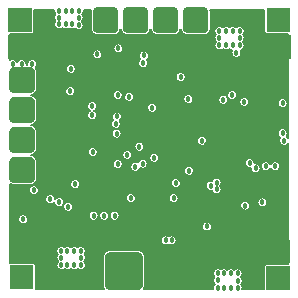
<source format=gbl>
G04 DipTrace Beta 2.3.5.2*
%INLulfroMiniBrush-v2.GBL*%
%MOIN*%
%ADD15C,0.005*%
%ADD39C,0.018*%
%FSLAX44Y44*%
G04*
G70*
G90*
G75*
G01*
%LNBottom*%
%LPD*%
D39*
X8578Y3048D3*
X600Y2475D3*
X7275Y6460D3*
X4970Y4530D3*
X4600Y7680D3*
X2920Y4720D3*
X6730Y2240D3*
X4130Y6560D3*
X3690Y5660D3*
X8152Y4350D3*
X4585Y4330D3*
X5850Y7225D3*
X3775Y8175D3*
X2170Y6750D3*
X6110Y6490D3*
X5690Y3685D3*
X8003Y2935D3*
X9300Y5100D3*
X955Y3450D3*
X2335Y3650D3*
X4190Y3185D3*
X5615D3*
X3752Y6623D3*
X9250Y6350D3*
X7975Y6390D3*
X5075Y9407D3*
X5625D3*
Y8832D3*
X5075D3*
X4630Y7940D3*
X7710Y8030D3*
X6850Y3600D3*
X3720Y5905D3*
X3075Y7975D3*
X9250Y5350D3*
X3715Y5335D3*
X6555Y5100D3*
X6125Y4100D3*
X8350Y4175D3*
X1800Y3050D3*
X4335Y4230D3*
X790Y1735D3*
X540D3*
X290D3*
Y1535D3*
X540D3*
X790D3*
Y1235D3*
X290D3*
X1800Y9425D3*
X2025D3*
X1800Y9200D3*
X1875Y950D3*
X2450Y8950D3*
X1800Y8975D3*
X7565Y6623D3*
X2025Y8975D3*
X240Y7945D3*
X490D3*
X740D3*
Y8145D3*
X490D3*
X240D3*
Y8445D3*
X740D3*
X8870Y7935D3*
X9120D3*
X9370D3*
Y8135D3*
X9120D3*
X8870D3*
Y8435D3*
X9370D3*
X9340Y1685D3*
X9090D3*
X8840D3*
Y1485D3*
X9090D3*
X9340D3*
Y1185D3*
X8840D3*
X2450Y9200D3*
X2225Y9425D3*
X2450D3*
X2225Y8975D3*
X1875Y1200D3*
X7100Y200D3*
Y450D3*
X2525Y1200D3*
X7750Y425D3*
X7100Y675D3*
X7525Y200D3*
X1875Y1425D3*
X7300Y200D3*
X7750Y675D3*
X7525D3*
X7300D3*
X7750Y200D3*
X3460Y938D3*
Y1250D3*
X3773D3*
X4148D3*
X4460D3*
Y938D3*
X3460Y563D3*
Y250D3*
X3773D3*
X4148D3*
X4460D3*
Y563D3*
X4960Y1250D3*
X5210D3*
X5460D3*
X5710D3*
X5960D3*
Y1000D3*
Y750D3*
Y500D3*
Y250D3*
X5710D3*
X5460D3*
X5210D3*
X4960D3*
Y500D3*
Y750D3*
Y1000D3*
X5773Y1063D3*
X5148D3*
Y438D3*
X5773D3*
X2900Y5950D3*
X7140Y8755D3*
X2900Y6250D3*
X4900Y6200D3*
X7365Y8755D3*
X7590D3*
X7815D3*
X2300Y950D3*
X7815Y8280D3*
X7590D3*
X2075Y950D3*
X7140Y8530D3*
Y8280D3*
X7365D3*
X7815Y8530D3*
X2525Y1425D3*
X2300D3*
X2075D3*
X2525Y950D3*
X5350Y1775D3*
X5550D3*
X2950Y2600D3*
X3300D3*
X3650D3*
X2100Y2900D3*
X1500Y3150D3*
X3750Y4325D3*
X4075Y4625D3*
X4475Y4900D3*
X8690Y4248D3*
X9003D3*
X7050Y3700D3*
Y3475D3*
X250Y7650D3*
X550D3*
X900D3*
X2190Y7497D3*
X315Y6873D3*
X815D3*
Y7372D3*
X315D3*
X565Y6440D3*
X885Y6120D3*
X565Y5800D3*
X245Y6120D3*
X962Y9396D2*
D15*
X1631D1*
X2620D2*
X2843D1*
X6856D2*
X8640D1*
X962Y9348D2*
X1647D1*
X2603D2*
X2843D1*
X6856D2*
X8640D1*
X962Y9299D2*
X1661D1*
X2589D2*
X2843D1*
X6856D2*
X8640D1*
X962Y9250D2*
X1636D1*
X2614D2*
X2843D1*
X6856D2*
X8640D1*
X962Y9202D2*
X1629D1*
X2622D2*
X2843D1*
X6856D2*
X8640D1*
X962Y9153D2*
X1635D1*
X2615D2*
X2843D1*
X6856D2*
X8640D1*
X962Y9104D2*
X1658D1*
X2592D2*
X2843D1*
X6856D2*
X8640D1*
X962Y9055D2*
X1649D1*
X2585D2*
X2843D1*
X6856D2*
X8640D1*
X962Y9007D2*
X1631D1*
X2612D2*
X2843D1*
X6856D2*
X8640D1*
X962Y8958D2*
X1629D1*
X2621D2*
X2843D1*
X6856D2*
X8640D1*
X962Y8909D2*
X1642D1*
X2617D2*
X2843D1*
X6856D2*
X7071D1*
X7208D2*
X7296D1*
X7433D2*
X7521D1*
X7658D2*
X7746D1*
X7883D2*
X8640D1*
X962Y8861D2*
X1673D1*
X2596D2*
X2843D1*
X6856D2*
X7006D1*
X7949D2*
X8640D1*
X962Y8812D2*
X1759D1*
X1841D2*
X1984D1*
X2066D2*
X2184D1*
X2266D2*
X2351D1*
X2549D2*
X2846D1*
X6854D2*
X6979D1*
X7977D2*
X8640D1*
X962Y8763D2*
X2858D1*
X6842D2*
X6968D1*
X7987D2*
X8640D1*
X960Y8715D2*
X2884D1*
X3816D2*
X3884D1*
X4816D2*
X4884D1*
X5816D2*
X5884D1*
X6816D2*
X6973D1*
X7982D2*
X8640D1*
X932Y8666D2*
X2931D1*
X3769D2*
X3931D1*
X4769D2*
X4931D1*
X5769D2*
X5931D1*
X6769D2*
X6994D1*
X7961D2*
X8659D1*
X160Y8617D2*
X6993D1*
X7962D2*
X9440D1*
X160Y8569D2*
X6973D1*
X7982D2*
X9440D1*
X160Y8520D2*
X6968D1*
X7987D2*
X9440D1*
X160Y8471D2*
X6979D1*
X7976D2*
X9440D1*
X160Y8423D2*
X7007D1*
X7948D2*
X9440D1*
X160Y8374D2*
X6997D1*
X7958D2*
X9440D1*
X160Y8325D2*
X3697D1*
X3853D2*
X6975D1*
X7981D2*
X9440D1*
X160Y8276D2*
X3638D1*
X3913D2*
X6968D1*
X7987D2*
X9440D1*
X160Y8228D2*
X3611D1*
X3939D2*
X6976D1*
X7978D2*
X9440D1*
X160Y8179D2*
X3604D1*
X3947D2*
X7002D1*
X7953D2*
X9440D1*
X160Y8130D2*
X3009D1*
X3141D2*
X3609D1*
X3941D2*
X7061D1*
X7219D2*
X7286D1*
X7444D2*
X7511D1*
X7894D2*
X9440D1*
X160Y8082D2*
X2942D1*
X3208D2*
X3632D1*
X3918D2*
X4537D1*
X4723D2*
X7546D1*
X7874D2*
X9440D1*
X160Y8033D2*
X2914D1*
X3236D2*
X3682D1*
X3867D2*
X4486D1*
X4774D2*
X7538D1*
X7881D2*
X9440D1*
X160Y7984D2*
X2904D1*
X3246D2*
X4464D1*
X4796D2*
X7544D1*
X7875D2*
X9440D1*
X160Y7936D2*
X2908D1*
X3242D2*
X4458D1*
X4802D2*
X7568D1*
X7853D2*
X9440D1*
X160Y7887D2*
X2929D1*
X3222D2*
X4467D1*
X4793D2*
X7619D1*
X7801D2*
X9440D1*
X160Y7838D2*
X2975D1*
X3176D2*
X4493D1*
X4767D2*
X9440D1*
X346Y7790D2*
X454D1*
X646D2*
X804D1*
X996D2*
X4469D1*
X4731D2*
X9440D1*
X695Y7741D2*
X755D1*
X1045D2*
X4439D1*
X4760D2*
X9440D1*
X1067Y7692D2*
X4429D1*
X4771D2*
X9440D1*
X1072Y7644D2*
X2104D1*
X2276D2*
X4432D1*
X4768D2*
X9440D1*
X1063Y7595D2*
X2050D1*
X2331D2*
X4451D1*
X4749D2*
X9440D1*
X1035Y7546D2*
X2025D1*
X2355D2*
X4495D1*
X4705D2*
X9440D1*
X1049Y7497D2*
X2018D1*
X2362D2*
X9440D1*
X1066Y7449D2*
X2025D1*
X2355D2*
X9440D1*
X1072Y7400D2*
X2050D1*
X2331D2*
X9440D1*
X1072Y7351D2*
X2104D1*
X2276D2*
X5736D1*
X5964D2*
X9440D1*
X1072Y7303D2*
X5697D1*
X6003D2*
X9440D1*
X1072Y7254D2*
X5681D1*
X6019D2*
X9440D1*
X1072Y7205D2*
X5679D1*
X6021D2*
X9440D1*
X1072Y7157D2*
X5693D1*
X6007D2*
X9440D1*
X1072Y7108D2*
X5726D1*
X5974D2*
X9440D1*
X1072Y7059D2*
X5825D1*
X5875D2*
X9440D1*
X1072Y7011D2*
X9440D1*
X1072Y6962D2*
X9440D1*
X1072Y6913D2*
X2130D1*
X2210D2*
X9440D1*
X1072Y6865D2*
X2043D1*
X2296D2*
X9440D1*
X1070Y6816D2*
X2011D1*
X2328D2*
X9440D1*
X1057Y6767D2*
X1999D1*
X2341D2*
X3664D1*
X3841D2*
X7477D1*
X7653D2*
X9440D1*
X1031Y6718D2*
X2001D1*
X2339D2*
X3611D1*
X3894D2*
X4073D1*
X4187D2*
X7424D1*
X7706D2*
X9440D1*
X985Y6670D2*
X2018D1*
X2321D2*
X3587D1*
X3917D2*
X4000D1*
X4260D2*
X7400D1*
X7730D2*
X9440D1*
X882Y6621D2*
X2059D1*
X2281D2*
X3581D1*
X3924D2*
X3970D1*
X4290D2*
X6002D1*
X6218D2*
X7226D1*
X7324D2*
X7393D1*
X7737D2*
X9440D1*
X989Y6572D2*
X3589D1*
X3917D2*
X3959D1*
X4301D2*
X5960D1*
X6260D2*
X7146D1*
X7729D2*
X9440D1*
X1033Y6524D2*
X3613D1*
X3892D2*
X3962D1*
X4298D2*
X5942D1*
X6278D2*
X7116D1*
X7704D2*
X7870D1*
X8080D2*
X9440D1*
X1058Y6475D2*
X3669D1*
X3835D2*
X3982D1*
X4278D2*
X5939D1*
X6281D2*
X7104D1*
X7446D2*
X7482D1*
X7648D2*
X7826D1*
X8124D2*
X9135D1*
X9366D2*
X9440D1*
X1070Y6426D2*
X4025D1*
X4235D2*
X5950D1*
X6269D2*
X7107D1*
X7443D2*
X7807D1*
X8143D2*
X9096D1*
X9403D2*
X9440D1*
X1072Y6378D2*
X2788D1*
X3013D2*
X5982D1*
X6239D2*
X7125D1*
X7425D2*
X7804D1*
X8146D2*
X9080D1*
X1072Y6329D2*
X2748D1*
X3052D2*
X4789D1*
X5011D2*
X6061D1*
X6159D2*
X7167D1*
X7383D2*
X7814D1*
X8135D2*
X9079D1*
X1072Y6280D2*
X2731D1*
X3069D2*
X4749D1*
X5051D2*
X7844D1*
X8106D2*
X9093D1*
X9406D2*
X9440D1*
X1072Y6232D2*
X2729D1*
X3071D2*
X4731D1*
X5069D2*
X7918D1*
X8032D2*
X9128D1*
X9373D2*
X9440D1*
X1072Y6183D2*
X2743D1*
X3058D2*
X4729D1*
X5071D2*
X9440D1*
X1072Y6134D2*
X2775D1*
X3025D2*
X4742D1*
X5058D2*
X9440D1*
X1072Y6086D2*
X2798D1*
X3003D2*
X4774D1*
X5027D2*
X9440D1*
X1072Y6037D2*
X2753D1*
X3047D2*
X3613D1*
X3828D2*
X4860D1*
X4940D2*
X9440D1*
X1072Y5988D2*
X2732D1*
X3067D2*
X3571D1*
X3870D2*
X9440D1*
X1072Y5939D2*
X2729D1*
X3071D2*
X3552D1*
X3889D2*
X9440D1*
X1072Y5891D2*
X2739D1*
X3061D2*
X3549D1*
X3892D2*
X9440D1*
X1071Y5842D2*
X2768D1*
X3032D2*
X3561D1*
X3880D2*
X9440D1*
X1065Y5793D2*
X2837D1*
X2963D2*
X3585D1*
X3849D2*
X9440D1*
X1047Y5745D2*
X3541D1*
X3839D2*
X9440D1*
X1014Y5696D2*
X3522D1*
X3858D2*
X9440D1*
X952Y5647D2*
X3518D1*
X3861D2*
X9440D1*
X949Y5599D2*
X3530D1*
X3850D2*
X9440D1*
X1013Y5550D2*
X3560D1*
X3821D2*
X9440D1*
X1046Y5501D2*
X3633D1*
X3746D2*
X9175D1*
X9325D2*
X9440D1*
X1065Y5453D2*
X3592D1*
X3839D2*
X9114D1*
X9387D2*
X9440D1*
X1071Y5404D2*
X3558D1*
X3872D2*
X9087D1*
X9413D2*
X9440D1*
X1072Y5355D2*
X3544D1*
X3885D2*
X9079D1*
X1072Y5307D2*
X3546D1*
X3885D2*
X9084D1*
X1072Y5258D2*
X3562D1*
X3868D2*
X6496D1*
X6614D2*
X9106D1*
X9394D2*
X9440D1*
X1072Y5209D2*
X3600D1*
X3830D2*
X6424D1*
X6686D2*
X9156D1*
X1072Y5160D2*
X6394D1*
X6716D2*
X9139D1*
X1072Y5112D2*
X6383D1*
X6727D2*
X9129D1*
X1072Y5063D2*
X4435D1*
X4515D2*
X6387D1*
X6723D2*
X9132D1*
X1072Y5014D2*
X4349D1*
X4602D2*
X6407D1*
X6703D2*
X9152D1*
X1072Y4966D2*
X4317D1*
X4633D2*
X6451D1*
X6659D2*
X9196D1*
X9404D2*
X9440D1*
X1072Y4917D2*
X4304D1*
X4646D2*
X9440D1*
X1072Y4868D2*
X2839D1*
X3001D2*
X4306D1*
X4644D2*
X9440D1*
X1070Y4820D2*
X2781D1*
X3059D2*
X4324D1*
X4626D2*
X9440D1*
X1058Y4771D2*
X2756D1*
X3084D2*
X3989D1*
X4161D2*
X4364D1*
X4586D2*
X9440D1*
X1034Y4722D2*
X2748D1*
X3092D2*
X3935D1*
X4216D2*
X9440D1*
X990Y4674D2*
X2755D1*
X3085D2*
X3911D1*
X4239D2*
X4880D1*
X5060D2*
X9440D1*
X889Y4625D2*
X2778D1*
X3062D2*
X3904D1*
X4247D2*
X4828D1*
X5112D2*
X9440D1*
X985Y4576D2*
X2830D1*
X3010D2*
X3911D1*
X4239D2*
X4804D1*
X5135D2*
X9440D1*
X1031Y4528D2*
X3935D1*
X4215D2*
X4798D1*
X5142D2*
X9440D1*
X1056Y4479D2*
X3680D1*
X3820D2*
X3989D1*
X4160D2*
X4504D1*
X4665D2*
X4806D1*
X5134D2*
X8041D1*
X8264D2*
X9440D1*
X1069Y4430D2*
X3615D1*
X3885D2*
X4446D1*
X4724D2*
X4832D1*
X5109D2*
X8001D1*
X8303D2*
X9440D1*
X1072Y4381D2*
X3588D1*
X3912D2*
X4260D1*
X4749D2*
X4889D1*
X5051D2*
X7983D1*
X8321D2*
X8586D1*
X8795D2*
X8898D1*
X9107D2*
X9440D1*
X1072Y4333D2*
X3579D1*
X3921D2*
X4199D1*
X4756D2*
X7982D1*
X8410D2*
X8542D1*
X9151D2*
X9440D1*
X1072Y4284D2*
X3583D1*
X3917D2*
X4172D1*
X4750D2*
X7994D1*
X8481D2*
X8522D1*
X9171D2*
X9440D1*
X1072Y4235D2*
X3604D1*
X3896D2*
X4163D1*
X4728D2*
X6022D1*
X6228D2*
X8026D1*
X9174D2*
X9440D1*
X1072Y4187D2*
X3652D1*
X3849D2*
X4169D1*
X4675D2*
X5978D1*
X6273D2*
X8113D1*
X9163D2*
X9440D1*
X1072Y4138D2*
X4191D1*
X4479D2*
X5957D1*
X6292D2*
X8182D1*
X8517D2*
X8559D1*
X8821D2*
X8871D1*
X9134D2*
X9440D1*
X1072Y4089D2*
X4240D1*
X4430D2*
X5954D1*
X6296D2*
X8202D1*
X8498D2*
X8632D1*
X8748D2*
X8944D1*
X9060D2*
X9440D1*
X1072Y4041D2*
X5964D1*
X6286D2*
X8246D1*
X8454D2*
X9440D1*
X1072Y3992D2*
X5993D1*
X6257D2*
X9440D1*
X1072Y3943D2*
X6063D1*
X6188D2*
X9440D1*
X1072Y3895D2*
X9440D1*
X1072Y3846D2*
X5641D1*
X5739D2*
X6964D1*
X7136D2*
X9440D1*
X1066Y3797D2*
X2251D1*
X2418D2*
X5561D1*
X5818D2*
X6910D1*
X7191D2*
X9440D1*
X1049Y3749D2*
X2196D1*
X2474D2*
X5531D1*
X5849D2*
X6769D1*
X7214D2*
X9440D1*
X1017Y3700D2*
X2171D1*
X2499D2*
X5519D1*
X5861D2*
X6711D1*
X7222D2*
X9440D1*
X959Y3651D2*
X2163D1*
X2506D2*
X5521D1*
X5858D2*
X6686D1*
X7214D2*
X9440D1*
X160Y3602D2*
X882D1*
X1028D2*
X2170D1*
X2500D2*
X5540D1*
X5840D2*
X6679D1*
X7190D2*
X9440D1*
X160Y3554D2*
X819D1*
X1091D2*
X2193D1*
X2476D2*
X5582D1*
X5798D2*
X6685D1*
X7202D2*
X9440D1*
X160Y3505D2*
X793D1*
X1117D2*
X2247D1*
X2423D2*
X6707D1*
X7219D2*
X9440D1*
X160Y3456D2*
X783D1*
X1127D2*
X6760D1*
X7221D2*
X9440D1*
X160Y3408D2*
X789D1*
X1121D2*
X6893D1*
X7208D2*
X9440D1*
X160Y3359D2*
X810D1*
X1100D2*
X6925D1*
X7175D2*
X9440D1*
X160Y3310D2*
X859D1*
X1051D2*
X1449D1*
X1551D2*
X4075D1*
X4305D2*
X5500D1*
X5730D2*
X7018D1*
X7082D2*
X9440D1*
X160Y3262D2*
X1371D1*
X1629D2*
X4037D1*
X4343D2*
X5462D1*
X5768D2*
X9440D1*
X160Y3213D2*
X1340D1*
X1660D2*
X1759D1*
X1841D2*
X4021D1*
X4360D2*
X5446D1*
X5785D2*
X8551D1*
X8605D2*
X9440D1*
X160Y3164D2*
X1329D1*
X1927D2*
X4019D1*
X4360D2*
X5444D1*
X5785D2*
X8454D1*
X8702D2*
X9440D1*
X160Y3116D2*
X1332D1*
X1958D2*
X4033D1*
X4347D2*
X5458D1*
X5772D2*
X8420D1*
X8735D2*
X9440D1*
X160Y3067D2*
X1350D1*
X1971D2*
X4067D1*
X4313D2*
X5492D1*
X5738D2*
X7896D1*
X8110D2*
X8407D1*
X8748D2*
X9440D1*
X160Y3018D2*
X1393D1*
X2223D2*
X7853D1*
X8152D2*
X8408D1*
X8747D2*
X9440D1*
X160Y2970D2*
X1649D1*
X2256D2*
X7834D1*
X8171D2*
X8425D1*
X8730D2*
X9440D1*
X160Y2921D2*
X1689D1*
X2271D2*
X7831D1*
X8174D2*
X8464D1*
X8691D2*
X9440D1*
X160Y2872D2*
X1931D1*
X2270D2*
X7843D1*
X8162D2*
X9440D1*
X160Y2823D2*
X1946D1*
X2253D2*
X7873D1*
X8131D2*
X9440D1*
X160Y2775D2*
X1985D1*
X2215D2*
X7951D1*
X8054D2*
X9440D1*
X160Y2726D2*
X2836D1*
X3064D2*
X3186D1*
X3414D2*
X3536D1*
X3764D2*
X9440D1*
X160Y2677D2*
X2797D1*
X3103D2*
X3147D1*
X3453D2*
X3497D1*
X3803D2*
X9440D1*
X160Y2629D2*
X530D1*
X670D2*
X2781D1*
X3820D2*
X9440D1*
X160Y2580D2*
X465D1*
X735D2*
X2779D1*
X3821D2*
X9440D1*
X160Y2531D2*
X438D1*
X762D2*
X2793D1*
X3107D2*
X3143D1*
X3457D2*
X3493D1*
X3807D2*
X9440D1*
X160Y2483D2*
X429D1*
X771D2*
X2826D1*
X3074D2*
X3176D1*
X3424D2*
X3526D1*
X3774D2*
X9440D1*
X160Y2434D2*
X433D1*
X767D2*
X2929D1*
X2971D2*
X3279D1*
X3321D2*
X3629D1*
X3671D2*
X9440D1*
X160Y2385D2*
X454D1*
X746D2*
X6643D1*
X6817D2*
X9440D1*
X160Y2337D2*
X502D1*
X698D2*
X6589D1*
X6871D2*
X9440D1*
X160Y2288D2*
X6565D1*
X6895D2*
X9440D1*
X160Y2239D2*
X6558D1*
X6902D2*
X9440D1*
X160Y2191D2*
X6566D1*
X6894D2*
X9440D1*
X160Y2142D2*
X6590D1*
X6870D2*
X9440D1*
X160Y2093D2*
X6646D1*
X6814D2*
X9440D1*
X160Y2044D2*
X9440D1*
X160Y1996D2*
X9440D1*
X160Y1947D2*
X9440D1*
X160Y1898D2*
X5232D1*
X5667D2*
X9440D1*
X160Y1850D2*
X5196D1*
X5704D2*
X9440D1*
X160Y1801D2*
X5180D1*
X5720D2*
X9440D1*
X160Y1752D2*
X5179D1*
X5721D2*
X9440D1*
X160Y1704D2*
X5194D1*
X5706D2*
X9440D1*
X160Y1655D2*
X5229D1*
X5671D2*
X9440D1*
X160Y1606D2*
X9440D1*
X160Y1558D2*
X1768D1*
X2631D2*
X9440D1*
X160Y1509D2*
X1725D1*
X2674D2*
X9440D1*
X160Y1460D2*
X1707D1*
X2693D2*
X9440D1*
X160Y1412D2*
X1704D1*
X2696D2*
X3351D1*
X4569D2*
X9440D1*
X160Y1363D2*
X1715D1*
X2685D2*
X3300D1*
X4620D2*
X9440D1*
X160Y1314D2*
X1745D1*
X2655D2*
X3271D1*
X4649D2*
X9440D1*
X160Y1265D2*
X1717D1*
X2684D2*
X3257D1*
X4663D2*
X9440D1*
X160Y1217D2*
X1704D1*
X2696D2*
X3254D1*
X4667D2*
X9440D1*
X160Y1168D2*
X1706D1*
X2694D2*
X3254D1*
X4667D2*
X9440D1*
X160Y1119D2*
X1724D1*
X2676D2*
X3254D1*
X4667D2*
X9440D1*
X160Y1071D2*
X1755D1*
X2646D2*
X3254D1*
X4667D2*
X9440D1*
X978Y1022D2*
X1719D1*
X2681D2*
X3254D1*
X4667D2*
X9440D1*
X1017Y973D2*
X1705D1*
X2696D2*
X3254D1*
X4667D2*
X8663D1*
X1020Y925D2*
X1705D1*
X2695D2*
X3254D1*
X4667D2*
X8621D1*
X1020Y876D2*
X1721D1*
X2680D2*
X3254D1*
X4667D2*
X8618D1*
X1020Y827D2*
X1757D1*
X2643D2*
X3254D1*
X4667D2*
X7027D1*
X7173D2*
X7227D1*
X7373D2*
X7452D1*
X7598D2*
X7677D1*
X7823D2*
X8618D1*
X1020Y779D2*
X3254D1*
X4667D2*
X6964D1*
X7886D2*
X8618D1*
X1020Y730D2*
X3254D1*
X4667D2*
X6937D1*
X7913D2*
X8618D1*
X1020Y681D2*
X3254D1*
X4667D2*
X6929D1*
X7922D2*
X8618D1*
X1020Y633D2*
X3254D1*
X4667D2*
X6934D1*
X7917D2*
X8618D1*
X1020Y584D2*
X3254D1*
X4667D2*
X6955D1*
X7895D2*
X8618D1*
X1020Y535D2*
X3254D1*
X4667D2*
X6951D1*
X7881D2*
X8618D1*
X1020Y486D2*
X3254D1*
X4667D2*
X6932D1*
X7910D2*
X8618D1*
X1020Y438D2*
X3254D1*
X4667D2*
X6929D1*
X7921D2*
X8618D1*
X1020Y389D2*
X3254D1*
X4667D2*
X6939D1*
X7918D2*
X8618D1*
X1020Y340D2*
X3254D1*
X4667D2*
X6969D1*
X7899D2*
X8618D1*
X1020Y292D2*
X3254D1*
X4667D2*
X6956D1*
X7895D2*
X8618D1*
X1020Y243D2*
X3256D1*
X4664D2*
X6934D1*
X7916D2*
X8618D1*
X1020Y194D2*
X3268D1*
X4652D2*
X6929D1*
X7922D2*
X8618D1*
X4850Y8816D2*
X4846Y8794D1*
X4840Y8771D1*
X4831Y8749D1*
X4819Y8728D1*
X4806Y8708D1*
X4791Y8690D1*
X4774Y8674D1*
X4755Y8659D1*
X4735Y8646D1*
X4714Y8636D1*
X4691Y8628D1*
X4668Y8622D1*
X4645Y8619D1*
X4575Y8618D1*
X4055Y8619D1*
X4032Y8622D1*
X4009Y8628D1*
X3986Y8636D1*
X3965Y8646D1*
X3945Y8659D1*
X3926Y8674D1*
X3909Y8690D1*
X3894Y8708D1*
X3881Y8728D1*
X3869Y8749D1*
X3860Y8771D1*
X3854Y8794D1*
X3850Y8815D1*
Y8814D1*
X3846Y8794D1*
X3842Y8779D1*
X3834Y8756D1*
X3824Y8735D1*
X3811Y8715D1*
X3796Y8696D1*
X3780Y8679D1*
X3762Y8664D1*
X3742Y8651D1*
X3721Y8639D1*
X3699Y8630D1*
X3676Y8624D1*
X3653Y8620D1*
X3625Y8618D1*
X3055Y8619D1*
X3032Y8622D1*
X3009Y8628D1*
X2986Y8636D1*
X2965Y8646D1*
X2945Y8659D1*
X2926Y8674D1*
X2909Y8690D1*
X2894Y8708D1*
X2881Y8728D1*
X2869Y8749D1*
X2860Y8771D1*
X2854Y8794D1*
X2850Y8817D1*
X2848Y8845D1*
X2849Y9415D1*
X2854Y9445D1*
X2616D1*
X2617Y9425D1*
X2615Y9400D1*
X2610Y9376D1*
X2600Y9352D1*
X2588Y9331D1*
X2573Y9312D1*
X2588Y9294D1*
X2601Y9272D1*
X2610Y9249D1*
X2615Y9224D1*
X2617Y9200D1*
X2615Y9175D1*
X2610Y9151D1*
X2600Y9127D1*
X2588Y9106D1*
X2572Y9086D1*
X2560Y9075D1*
X2573Y9063D1*
X2588Y9044D1*
X2601Y9022D1*
X2610Y8999D1*
X2615Y8974D1*
X2617Y8950D1*
X2615Y8925D1*
X2610Y8901D1*
X2600Y8877D1*
X2588Y8856D1*
X2572Y8836D1*
X2554Y8819D1*
X2533Y8805D1*
X2511Y8794D1*
X2487Y8787D1*
X2462Y8783D1*
X2437D1*
X2413Y8787D1*
X2389Y8795D1*
X2366Y8805D1*
X2346Y8820D1*
X2324Y8841D1*
X2308Y8830D1*
X2286Y8819D1*
X2262Y8812D1*
X2237Y8808D1*
X2212D1*
X2188Y8812D1*
X2164Y8820D1*
X2141Y8830D1*
X2125Y8842D1*
X2108Y8830D1*
X2086Y8819D1*
X2062Y8812D1*
X2037Y8808D1*
X2012D1*
X1988Y8812D1*
X1964Y8820D1*
X1941Y8830D1*
X1913Y8852D1*
X1883Y8830D1*
X1861Y8819D1*
X1837Y8812D1*
X1812Y8808D1*
X1787D1*
X1763Y8812D1*
X1739Y8820D1*
X1716Y8830D1*
X1696Y8845D1*
X1677Y8862D1*
X1662Y8881D1*
X1649Y8903D1*
X1640Y8926D1*
X1635Y8950D1*
X1633Y8975D1*
X1635Y9000D1*
X1641Y9025D1*
X1650Y9048D1*
X1662Y9069D1*
X1676Y9087D1*
X1662Y9106D1*
X1649Y9128D1*
X1640Y9151D1*
X1635Y9175D1*
X1633Y9200D1*
X1635Y9225D1*
X1641Y9250D1*
X1650Y9273D1*
X1662Y9294D1*
X1676Y9312D1*
X1662Y9331D1*
X1649Y9353D1*
X1640Y9376D1*
X1635Y9400D1*
X1633Y9425D1*
X1635Y9445D1*
X957D1*
Y8726D1*
X953Y8702D1*
X941Y8680D1*
X923Y8663D1*
X900Y8652D1*
X880Y8649D1*
X156D1*
X155Y8495D1*
Y7786D1*
X167Y7795D1*
X189Y7806D1*
X213Y7813D1*
X238Y7817D1*
X263Y7816D1*
X288Y7813D1*
X312Y7805D1*
X334Y7794D1*
X355Y7780D1*
X373Y7763D1*
X388Y7744D1*
X400Y7723D1*
X412Y7744D1*
X428Y7764D1*
X446Y7781D1*
X467Y7795D1*
X489Y7806D1*
X513Y7813D1*
X538Y7817D1*
X563Y7816D1*
X588Y7813D1*
X612Y7805D1*
X634Y7794D1*
X655Y7780D1*
X673Y7763D1*
X688Y7744D1*
X701Y7722D1*
X710Y7699D1*
X715Y7674D1*
X717Y7650D1*
X715Y7625D1*
X735D1*
X733Y7650D1*
X735Y7675D1*
X741Y7700D1*
X750Y7723D1*
X762Y7744D1*
X778Y7764D1*
X796Y7781D1*
X817Y7795D1*
X839Y7806D1*
X863Y7813D1*
X888Y7817D1*
X913Y7816D1*
X938Y7813D1*
X962Y7805D1*
X984Y7794D1*
X1005Y7780D1*
X1023Y7763D1*
X1038Y7744D1*
X1051Y7722D1*
X1060Y7699D1*
X1065Y7674D1*
X1067Y7650D1*
X1065Y7625D1*
X1060Y7601D1*
X1050Y7577D1*
X1038Y7556D1*
X1021Y7534D1*
X1034Y7514D1*
X1046Y7493D1*
X1055Y7471D1*
X1063Y7437D1*
X1066Y7414D1*
X1067Y7373D1*
X1066Y6828D1*
X1063Y6804D1*
X1057Y6781D1*
X1049Y6759D1*
X1039Y6738D1*
X1026Y6717D1*
X1011Y6699D1*
X995Y6682D1*
X977Y6666D1*
X957Y6653D1*
X936Y6642D1*
X914Y6633D1*
X891Y6626D1*
X870Y6622D1*
X871Y6623D1*
X891Y6619D1*
X914Y6612D1*
X936Y6603D1*
X957Y6592D1*
X977Y6579D1*
X995Y6563D1*
X1011Y6546D1*
X1026Y6528D1*
X1039Y6507D1*
X1049Y6486D1*
X1061Y6449D1*
X1065Y6425D1*
X1067Y6398D1*
X1066Y5828D1*
X1063Y5804D1*
X1057Y5781D1*
X1049Y5759D1*
X1039Y5738D1*
X1026Y5717D1*
X1011Y5699D1*
X995Y5682D1*
X977Y5666D1*
X957Y5653D1*
X936Y5642D1*
X914Y5633D1*
X891Y5626D1*
X870Y5622D1*
X871Y5623D1*
X891Y5619D1*
X906Y5615D1*
X929Y5606D1*
X950Y5596D1*
X970Y5583D1*
X989Y5569D1*
X1006Y5552D1*
X1021Y5534D1*
X1034Y5514D1*
X1046Y5493D1*
X1055Y5471D1*
X1063Y5437D1*
X1066Y5414D1*
X1067Y5373D1*
X1066Y4828D1*
X1063Y4804D1*
X1057Y4781D1*
X1049Y4759D1*
X1039Y4738D1*
X1026Y4717D1*
X1011Y4699D1*
X995Y4682D1*
X977Y4666D1*
X957Y4653D1*
X936Y4642D1*
X914Y4633D1*
X891Y4626D1*
X870Y4622D1*
X871Y4623D1*
X891Y4619D1*
X906Y4615D1*
X929Y4606D1*
X950Y4596D1*
X970Y4583D1*
X989Y4569D1*
X1006Y4552D1*
X1021Y4534D1*
X1034Y4514D1*
X1046Y4493D1*
X1055Y4471D1*
X1063Y4437D1*
X1066Y4414D1*
X1067Y4373D1*
X1066Y3828D1*
X1063Y3804D1*
X1057Y3781D1*
X1049Y3759D1*
X1039Y3738D1*
X1026Y3717D1*
X1011Y3699D1*
X995Y3682D1*
X977Y3666D1*
X957Y3653D1*
X936Y3642D1*
X914Y3633D1*
X891Y3626D1*
X868Y3622D1*
X840Y3621D1*
X270D1*
X247Y3625D1*
X224Y3630D1*
X201Y3639D1*
X180Y3649D1*
X161Y3661D1*
X155Y3665D1*
X154Y1031D1*
X938D1*
X962Y1027D1*
X984Y1015D1*
X1001Y997D1*
X1012Y974D1*
X1015Y954D1*
X1014Y161D1*
X1030Y155D1*
X3293D1*
X3279Y179D1*
X3270Y201D1*
X3264Y224D1*
X3260Y247D1*
X3258Y275D1*
X3259Y1245D1*
X3262Y1268D1*
X3268Y1291D1*
X3276Y1314D1*
X3286Y1335D1*
X3299Y1355D1*
X3314Y1374D1*
X3330Y1391D1*
X3348Y1406D1*
X3368Y1419D1*
X3389Y1431D1*
X3411Y1440D1*
X3434Y1446D1*
X3457Y1450D1*
X3485Y1452D1*
X4455Y1451D1*
X4478Y1448D1*
X4501Y1442D1*
X4524Y1434D1*
X4545Y1424D1*
X4565Y1411D1*
X4584Y1396D1*
X4601Y1380D1*
X4616Y1362D1*
X4629Y1342D1*
X4641Y1321D1*
X4650Y1299D1*
X4658Y1265D1*
X4661Y1241D1*
X4662Y1200D1*
X4661Y255D1*
X4658Y232D1*
X4652Y209D1*
X4644Y186D1*
X4634Y165D1*
X4628Y155D1*
X5530D1*
X6939D1*
X6933Y200D1*
X6935Y225D1*
X6941Y250D1*
X6950Y273D1*
X6962Y294D1*
X6978Y314D1*
X6990Y325D1*
X6977Y337D1*
X6962Y356D1*
X6949Y378D1*
X6940Y401D1*
X6935Y425D1*
X6933Y450D1*
X6935Y475D1*
X6941Y500D1*
X6950Y523D1*
X6962Y544D1*
X6976Y562D1*
X6962Y581D1*
X6949Y603D1*
X6940Y626D1*
X6935Y650D1*
X6933Y675D1*
X6935Y700D1*
X6941Y725D1*
X6950Y748D1*
X6962Y769D1*
X6978Y789D1*
X6996Y806D1*
X7017Y820D1*
X7039Y831D1*
X7063Y838D1*
X7088Y842D1*
X7113Y841D1*
X7138Y838D1*
X7162Y830D1*
X7184Y819D1*
X7200Y808D1*
X7217Y820D1*
X7239Y831D1*
X7263Y838D1*
X7288Y842D1*
X7313Y841D1*
X7338Y838D1*
X7362Y830D1*
X7384Y819D1*
X7412Y798D1*
X7442Y820D1*
X7464Y831D1*
X7488Y838D1*
X7513Y842D1*
X7538Y841D1*
X7563Y838D1*
X7587Y830D1*
X7609Y819D1*
X7637Y798D1*
X7667Y820D1*
X7689Y831D1*
X7713Y838D1*
X7738Y842D1*
X7763Y841D1*
X7788Y838D1*
X7812Y830D1*
X7834Y819D1*
X7855Y805D1*
X7873Y788D1*
X7888Y769D1*
X7901Y747D1*
X7910Y724D1*
X7915Y699D1*
X7917Y675D1*
X7915Y650D1*
X7910Y626D1*
X7900Y602D1*
X7888Y581D1*
X7872Y561D1*
X7860Y550D1*
X7873Y538D1*
X7888Y519D1*
X7901Y497D1*
X7910Y474D1*
X7915Y449D1*
X7917Y425D1*
X7915Y400D1*
X7910Y376D1*
X7900Y352D1*
X7888Y331D1*
X7873Y312D1*
X7888Y294D1*
X7901Y272D1*
X7910Y249D1*
X7915Y224D1*
X7917Y200D1*
X7915Y175D1*
X7910Y155D1*
X8405D1*
X8623D1*
Y904D1*
X8627Y928D1*
X8639Y950D1*
X8657Y967D1*
X8680Y978D1*
X8700Y981D1*
X9445D1*
Y5017D1*
X9422Y4986D1*
X9404Y4969D1*
X9383Y4955D1*
X9361Y4944D1*
X9337Y4937D1*
X9312Y4933D1*
X9287D1*
X9263Y4937D1*
X9239Y4945D1*
X9216Y4955D1*
X9196Y4970D1*
X9177Y4987D1*
X9162Y5006D1*
X9149Y5028D1*
X9140Y5051D1*
X9135Y5075D1*
X9133Y5100D1*
X9135Y5125D1*
X9141Y5150D1*
X9150Y5173D1*
X9170Y5204D1*
X9146Y5220D1*
X9127Y5237D1*
X9112Y5256D1*
X9099Y5278D1*
X9090Y5301D1*
X9085Y5325D1*
X9083Y5350D1*
X9085Y5375D1*
X9091Y5400D1*
X9100Y5423D1*
X9112Y5444D1*
X9128Y5464D1*
X9146Y5481D1*
X9167Y5495D1*
X9189Y5506D1*
X9213Y5513D1*
X9238Y5517D1*
X9263Y5516D1*
X9288Y5513D1*
X9312Y5505D1*
X9334Y5494D1*
X9355Y5480D1*
X9373Y5463D1*
X9388Y5444D1*
X9401Y5422D1*
X9410Y5399D1*
X9415Y5374D1*
X9417Y5350D1*
X9415Y5325D1*
X9410Y5301D1*
X9400Y5277D1*
X9381Y5247D1*
X9405Y5230D1*
X9423Y5213D1*
X9438Y5194D1*
X9445Y5182D1*
Y8640D1*
X9360Y8639D1*
X8722D1*
X8698Y8643D1*
X8676Y8655D1*
X8659Y8673D1*
X8648Y8696D1*
X8645Y8716D1*
Y9445D1*
X6846D1*
X6850Y9423D1*
X6852Y9395D1*
X6851Y8825D1*
X6848Y8802D1*
X6842Y8779D1*
X6834Y8756D1*
X6824Y8735D1*
X6811Y8715D1*
X6796Y8696D1*
X6780Y8679D1*
X6762Y8664D1*
X6742Y8651D1*
X6721Y8639D1*
X6699Y8630D1*
X6676Y8624D1*
X6653Y8620D1*
X6625Y8618D1*
X6055Y8619D1*
X6032Y8622D1*
X6009Y8628D1*
X5986Y8636D1*
X5965Y8646D1*
X5945Y8659D1*
X5926Y8674D1*
X5909Y8690D1*
X5894Y8708D1*
X5881Y8728D1*
X5869Y8749D1*
X5860Y8771D1*
X5854Y8794D1*
X5850Y8815D1*
Y8814D1*
X5846Y8794D1*
X5840Y8771D1*
X5831Y8749D1*
X5819Y8728D1*
X5806Y8708D1*
X5791Y8690D1*
X5774Y8674D1*
X5755Y8659D1*
X5735Y8646D1*
X5714Y8636D1*
X5691Y8628D1*
X5668Y8622D1*
X5645Y8619D1*
X5575Y8618D1*
X5055Y8619D1*
X5032Y8622D1*
X5009Y8628D1*
X4986Y8636D1*
X4965Y8646D1*
X4945Y8659D1*
X4926Y8674D1*
X4909Y8690D1*
X4894Y8708D1*
X4881Y8728D1*
X4869Y8749D1*
X4860Y8771D1*
X4854Y8794D1*
X4851Y8812D1*
X3940Y8150D2*
X3935Y8126D1*
X3925Y8102D1*
X3913Y8081D1*
X3897Y8061D1*
X3879Y8044D1*
X3858Y8030D1*
X3836Y8019D1*
X3812Y8012D1*
X3787Y8008D1*
X3762D1*
X3738Y8012D1*
X3714Y8020D1*
X3691Y8030D1*
X3671Y8045D1*
X3652Y8062D1*
X3637Y8081D1*
X3624Y8103D1*
X3615Y8126D1*
X3610Y8150D1*
X3608Y8175D1*
X3610Y8200D1*
X3616Y8225D1*
X3625Y8248D1*
X3637Y8269D1*
X3653Y8289D1*
X3671Y8306D1*
X3692Y8320D1*
X3714Y8331D1*
X3738Y8338D1*
X3763Y8342D1*
X3788Y8341D1*
X3813Y8338D1*
X3837Y8330D1*
X3859Y8319D1*
X3880Y8305D1*
X3898Y8288D1*
X3913Y8269D1*
X3926Y8247D1*
X3935Y8224D1*
X3940Y8199D1*
X3942Y8175D1*
X3940Y8150D1*
X2335Y6725D2*
X2330Y6701D1*
X2320Y6677D1*
X2308Y6656D1*
X2292Y6636D1*
X2274Y6619D1*
X2253Y6605D1*
X2231Y6594D1*
X2207Y6587D1*
X2182Y6583D1*
X2157D1*
X2133Y6587D1*
X2109Y6595D1*
X2086Y6605D1*
X2066Y6620D1*
X2047Y6637D1*
X2032Y6656D1*
X2019Y6678D1*
X2010Y6701D1*
X2005Y6725D1*
X2003Y6750D1*
X2005Y6775D1*
X2011Y6800D1*
X2020Y6823D1*
X2032Y6844D1*
X2048Y6864D1*
X2066Y6881D1*
X2087Y6895D1*
X2109Y6906D1*
X2133Y6913D1*
X2158Y6917D1*
X2183Y6916D1*
X2208Y6913D1*
X2232Y6905D1*
X2254Y6894D1*
X2275Y6880D1*
X2293Y6863D1*
X2308Y6844D1*
X2321Y6822D1*
X2330Y6799D1*
X2335Y6774D1*
X2337Y6750D1*
X2335Y6725D1*
X6275Y6465D2*
X6270Y6441D1*
X6260Y6417D1*
X6248Y6396D1*
X6232Y6376D1*
X6214Y6359D1*
X6193Y6345D1*
X6171Y6334D1*
X6147Y6327D1*
X6122Y6323D1*
X6097D1*
X6073Y6327D1*
X6049Y6335D1*
X6026Y6345D1*
X6006Y6360D1*
X5987Y6377D1*
X5972Y6396D1*
X5959Y6418D1*
X5950Y6441D1*
X5945Y6465D1*
X5943Y6490D1*
X5945Y6515D1*
X5951Y6540D1*
X5960Y6563D1*
X5972Y6584D1*
X5988Y6604D1*
X6006Y6621D1*
X6027Y6635D1*
X6049Y6646D1*
X6073Y6653D1*
X6098Y6657D1*
X6123Y6656D1*
X6148Y6653D1*
X6172Y6645D1*
X6194Y6634D1*
X6215Y6620D1*
X6233Y6603D1*
X6248Y6584D1*
X6261Y6562D1*
X6270Y6539D1*
X6275Y6514D1*
X6277Y6490D1*
X6275Y6465D1*
X5855Y3660D2*
X5850Y3636D1*
X5840Y3612D1*
X5828Y3591D1*
X5812Y3571D1*
X5794Y3554D1*
X5773Y3540D1*
X5751Y3529D1*
X5727Y3522D1*
X5702Y3518D1*
X5677D1*
X5653Y3522D1*
X5629Y3530D1*
X5606Y3540D1*
X5586Y3555D1*
X5567Y3572D1*
X5552Y3591D1*
X5539Y3613D1*
X5530Y3636D1*
X5525Y3660D1*
X5523Y3685D1*
X5525Y3710D1*
X5531Y3735D1*
X5540Y3758D1*
X5552Y3779D1*
X5568Y3799D1*
X5586Y3816D1*
X5607Y3830D1*
X5629Y3841D1*
X5653Y3848D1*
X5678Y3852D1*
X5703Y3851D1*
X5728Y3848D1*
X5752Y3840D1*
X5774Y3829D1*
X5795Y3815D1*
X5813Y3798D1*
X5828Y3779D1*
X5841Y3757D1*
X5850Y3734D1*
X5855Y3709D1*
X5857Y3685D1*
X5855Y3660D1*
X8168Y2910D2*
X8162Y2886D1*
X8153Y2862D1*
X8140Y2841D1*
X8125Y2821D1*
X8107Y2804D1*
X8086Y2790D1*
X8063Y2779D1*
X8040Y2772D1*
X8015Y2768D1*
X7990D1*
X7965Y2772D1*
X7941Y2780D1*
X7919Y2790D1*
X7898Y2805D1*
X7880Y2822D1*
X7864Y2841D1*
X7852Y2863D1*
X7843Y2886D1*
X7837Y2910D1*
X7836Y2935D1*
X7837Y2960D1*
X7843Y2985D1*
X7852Y3008D1*
X7865Y3029D1*
X7880Y3049D1*
X7899Y3066D1*
X7919Y3080D1*
X7942Y3091D1*
X7966Y3098D1*
X7991Y3102D1*
X8016Y3101D1*
X8040Y3098D1*
X8064Y3090D1*
X8087Y3079D1*
X8107Y3065D1*
X8125Y3048D1*
X8141Y3029D1*
X8153Y3007D1*
X8162Y2984D1*
X8168Y2959D1*
X8170Y2935D1*
X8168Y2910D1*
X1120Y3425D2*
X1115Y3401D1*
X1105Y3377D1*
X1093Y3356D1*
X1077Y3336D1*
X1059Y3319D1*
X1038Y3305D1*
X1016Y3294D1*
X992Y3287D1*
X967Y3283D1*
X942D1*
X918Y3287D1*
X894Y3295D1*
X871Y3305D1*
X851Y3320D1*
X832Y3337D1*
X817Y3356D1*
X804Y3378D1*
X795Y3401D1*
X790Y3425D1*
X788Y3450D1*
X790Y3475D1*
X796Y3500D1*
X805Y3523D1*
X817Y3544D1*
X833Y3564D1*
X851Y3581D1*
X872Y3595D1*
X894Y3606D1*
X918Y3613D1*
X943Y3617D1*
X968Y3616D1*
X993Y3613D1*
X1017Y3605D1*
X1039Y3594D1*
X1060Y3580D1*
X1078Y3563D1*
X1093Y3544D1*
X1106Y3522D1*
X1115Y3499D1*
X1120Y3474D1*
X1122Y3450D1*
X1120Y3425D1*
X2500Y3625D2*
X2495Y3601D1*
X2485Y3577D1*
X2473Y3556D1*
X2457Y3536D1*
X2439Y3519D1*
X2418Y3505D1*
X2396Y3494D1*
X2372Y3487D1*
X2347Y3483D1*
X2322D1*
X2298Y3487D1*
X2274Y3495D1*
X2251Y3505D1*
X2231Y3520D1*
X2212Y3537D1*
X2197Y3556D1*
X2184Y3578D1*
X2175Y3601D1*
X2170Y3625D1*
X2168Y3650D1*
X2170Y3675D1*
X2176Y3700D1*
X2185Y3723D1*
X2197Y3744D1*
X2213Y3764D1*
X2231Y3781D1*
X2252Y3795D1*
X2274Y3806D1*
X2298Y3813D1*
X2323Y3817D1*
X2348Y3816D1*
X2373Y3813D1*
X2397Y3805D1*
X2419Y3794D1*
X2440Y3780D1*
X2458Y3763D1*
X2473Y3744D1*
X2486Y3722D1*
X2495Y3699D1*
X2500Y3674D1*
X2502Y3650D1*
X2500Y3625D1*
X4355Y3160D2*
X4350Y3136D1*
X4340Y3112D1*
X4328Y3091D1*
X4312Y3071D1*
X4294Y3054D1*
X4273Y3040D1*
X4251Y3029D1*
X4227Y3022D1*
X4202Y3018D1*
X4177D1*
X4153Y3022D1*
X4129Y3030D1*
X4106Y3040D1*
X4086Y3055D1*
X4067Y3072D1*
X4052Y3091D1*
X4039Y3113D1*
X4030Y3136D1*
X4025Y3160D1*
X4023Y3185D1*
X4025Y3210D1*
X4031Y3235D1*
X4040Y3258D1*
X4052Y3279D1*
X4068Y3299D1*
X4086Y3316D1*
X4107Y3330D1*
X4129Y3341D1*
X4153Y3348D1*
X4178Y3352D1*
X4203Y3351D1*
X4228Y3348D1*
X4252Y3340D1*
X4274Y3329D1*
X4295Y3315D1*
X4313Y3298D1*
X4328Y3279D1*
X4341Y3257D1*
X4350Y3234D1*
X4355Y3209D1*
X4357Y3185D1*
X4355Y3160D1*
X5780D2*
X5775Y3136D1*
X5765Y3112D1*
X5753Y3091D1*
X5737Y3071D1*
X5719Y3054D1*
X5698Y3040D1*
X5676Y3029D1*
X5652Y3022D1*
X5627Y3018D1*
X5602D1*
X5578Y3022D1*
X5554Y3030D1*
X5531Y3040D1*
X5511Y3055D1*
X5492Y3072D1*
X5477Y3091D1*
X5464Y3113D1*
X5455Y3136D1*
X5450Y3160D1*
X5448Y3185D1*
X5450Y3210D1*
X5456Y3235D1*
X5465Y3258D1*
X5477Y3279D1*
X5493Y3299D1*
X5511Y3316D1*
X5532Y3330D1*
X5554Y3341D1*
X5578Y3348D1*
X5603Y3352D1*
X5628Y3351D1*
X5653Y3348D1*
X5677Y3340D1*
X5699Y3329D1*
X5720Y3315D1*
X5738Y3298D1*
X5753Y3279D1*
X5766Y3257D1*
X5775Y3234D1*
X5780Y3209D1*
X5782Y3185D1*
X5780Y3160D1*
X3918Y6598D2*
X3912Y6573D1*
X3903Y6550D1*
X3890Y6528D1*
X3875Y6509D1*
X3857Y6492D1*
X3836Y6478D1*
X3813Y6467D1*
X3790Y6460D1*
X3765Y6456D1*
X3740D1*
X3715Y6460D1*
X3691Y6467D1*
X3669Y6478D1*
X3648Y6492D1*
X3630Y6509D1*
X3614Y6529D1*
X3602Y6550D1*
X3593Y6574D1*
X3587Y6598D1*
X3585Y6623D1*
X3587Y6648D1*
X3593Y6672D1*
X3602Y6695D1*
X3615Y6717D1*
X3630Y6736D1*
X3649Y6753D1*
X3669Y6767D1*
X3692Y6778D1*
X3716Y6785D1*
X3741Y6789D1*
X3766D1*
X3790Y6785D1*
X3814Y6778D1*
X3837Y6767D1*
X3857Y6753D1*
X3875Y6736D1*
X3891Y6716D1*
X3903Y6694D1*
X3912Y6671D1*
X3918Y6647D1*
X3919Y6623D1*
X3918Y6598D1*
X9415Y6325D2*
X9410Y6301D1*
X9400Y6277D1*
X9388Y6256D1*
X9372Y6236D1*
X9354Y6219D1*
X9333Y6205D1*
X9311Y6194D1*
X9287Y6187D1*
X9262Y6183D1*
X9237D1*
X9213Y6187D1*
X9189Y6195D1*
X9166Y6205D1*
X9146Y6220D1*
X9127Y6237D1*
X9112Y6256D1*
X9099Y6278D1*
X9090Y6301D1*
X9085Y6325D1*
X9083Y6350D1*
X9085Y6375D1*
X9091Y6400D1*
X9100Y6423D1*
X9112Y6444D1*
X9128Y6464D1*
X9146Y6481D1*
X9167Y6495D1*
X9189Y6506D1*
X9213Y6513D1*
X9238Y6517D1*
X9263Y6516D1*
X9288Y6513D1*
X9312Y6505D1*
X9334Y6494D1*
X9355Y6480D1*
X9373Y6463D1*
X9388Y6444D1*
X9401Y6422D1*
X9410Y6399D1*
X9415Y6374D1*
X9417Y6350D1*
X9415Y6325D1*
X8140Y6365D2*
X8135Y6341D1*
X8125Y6317D1*
X8113Y6296D1*
X8097Y6276D1*
X8079Y6259D1*
X8058Y6245D1*
X8036Y6234D1*
X8012Y6227D1*
X7987Y6223D1*
X7962D1*
X7938Y6227D1*
X7914Y6235D1*
X7891Y6245D1*
X7871Y6260D1*
X7852Y6277D1*
X7837Y6296D1*
X7824Y6318D1*
X7815Y6341D1*
X7810Y6365D1*
X7808Y6390D1*
X7810Y6415D1*
X7816Y6440D1*
X7825Y6463D1*
X7837Y6484D1*
X7853Y6504D1*
X7871Y6521D1*
X7892Y6535D1*
X7914Y6546D1*
X7938Y6553D1*
X7963Y6557D1*
X7988Y6556D1*
X8013Y6553D1*
X8037Y6545D1*
X8059Y6534D1*
X8080Y6520D1*
X8098Y6503D1*
X8113Y6484D1*
X8126Y6462D1*
X8135Y6439D1*
X8140Y6414D1*
X8142Y6390D1*
X8140Y6365D1*
X4795Y7915D2*
X4790Y7891D1*
X4780Y7867D1*
X4768Y7846D1*
X4752Y7826D1*
X4734Y7809D1*
X4718Y7798D1*
X4738Y7774D1*
X4751Y7752D1*
X4760Y7729D1*
X4765Y7704D1*
X4767Y7680D1*
X4765Y7655D1*
X4760Y7631D1*
X4750Y7607D1*
X4738Y7586D1*
X4722Y7566D1*
X4704Y7549D1*
X4683Y7535D1*
X4661Y7524D1*
X4637Y7517D1*
X4612Y7513D1*
X4587D1*
X4563Y7517D1*
X4539Y7525D1*
X4516Y7535D1*
X4496Y7550D1*
X4477Y7567D1*
X4462Y7586D1*
X4449Y7608D1*
X4440Y7631D1*
X4435Y7655D1*
X4433Y7680D1*
X4435Y7705D1*
X4441Y7730D1*
X4450Y7753D1*
X4462Y7774D1*
X4478Y7794D1*
X4496Y7811D1*
X4512Y7822D1*
X4492Y7846D1*
X4479Y7868D1*
X4470Y7891D1*
X4465Y7915D1*
X4463Y7940D1*
X4465Y7965D1*
X4471Y7990D1*
X4480Y8013D1*
X4492Y8034D1*
X4508Y8054D1*
X4526Y8071D1*
X4547Y8085D1*
X4569Y8096D1*
X4593Y8103D1*
X4618Y8107D1*
X4643Y8106D1*
X4668Y8103D1*
X4692Y8095D1*
X4714Y8084D1*
X4735Y8070D1*
X4753Y8053D1*
X4768Y8034D1*
X4781Y8012D1*
X4790Y7989D1*
X4795Y7964D1*
X4797Y7940D1*
X4795Y7915D1*
X7875Y8005D2*
X7870Y7981D1*
X7860Y7957D1*
X7848Y7936D1*
X7832Y7916D1*
X7814Y7899D1*
X7793Y7885D1*
X7771Y7874D1*
X7747Y7867D1*
X7722Y7863D1*
X7697D1*
X7673Y7867D1*
X7649Y7875D1*
X7626Y7885D1*
X7606Y7900D1*
X7587Y7917D1*
X7572Y7936D1*
X7559Y7958D1*
X7550Y7981D1*
X7545Y8005D1*
X7543Y8030D1*
X7545Y8055D1*
X7551Y8080D1*
X7560Y8103D1*
X7566Y8114D1*
X7529Y8125D1*
X7506Y8135D1*
X7478Y8157D1*
X7448Y8135D1*
X7426Y8124D1*
X7402Y8117D1*
X7377Y8113D1*
X7352D1*
X7328Y8117D1*
X7304Y8125D1*
X7281Y8135D1*
X7253Y8157D1*
X7223Y8135D1*
X7201Y8124D1*
X7177Y8117D1*
X7152Y8113D1*
X7127D1*
X7103Y8117D1*
X7079Y8125D1*
X7056Y8135D1*
X7036Y8150D1*
X7017Y8167D1*
X7002Y8186D1*
X6989Y8208D1*
X6980Y8231D1*
X6975Y8255D1*
X6973Y8280D1*
X6975Y8305D1*
X6981Y8330D1*
X6990Y8353D1*
X7002Y8374D1*
X7018Y8394D1*
X7030Y8405D1*
X7017Y8417D1*
X7002Y8436D1*
X6989Y8458D1*
X6980Y8481D1*
X6975Y8505D1*
X6973Y8530D1*
X6975Y8555D1*
X6981Y8580D1*
X6990Y8603D1*
X7002Y8624D1*
X7016Y8642D1*
X7002Y8661D1*
X6989Y8683D1*
X6980Y8706D1*
X6975Y8730D1*
X6973Y8755D1*
X6975Y8780D1*
X6981Y8805D1*
X6990Y8828D1*
X7002Y8849D1*
X7018Y8869D1*
X7036Y8886D1*
X7057Y8900D1*
X7079Y8911D1*
X7103Y8918D1*
X7128Y8922D1*
X7153Y8921D1*
X7178Y8918D1*
X7202Y8910D1*
X7224Y8899D1*
X7252Y8878D1*
X7282Y8900D1*
X7304Y8911D1*
X7328Y8918D1*
X7353Y8922D1*
X7378Y8921D1*
X7403Y8918D1*
X7427Y8910D1*
X7449Y8899D1*
X7477Y8878D1*
X7507Y8900D1*
X7529Y8911D1*
X7553Y8918D1*
X7578Y8922D1*
X7603Y8921D1*
X7628Y8918D1*
X7652Y8910D1*
X7674Y8899D1*
X7702Y8878D1*
X7732Y8900D1*
X7754Y8911D1*
X7778Y8918D1*
X7803Y8922D1*
X7828Y8921D1*
X7853Y8918D1*
X7877Y8910D1*
X7899Y8899D1*
X7920Y8885D1*
X7938Y8868D1*
X7953Y8849D1*
X7966Y8827D1*
X7975Y8804D1*
X7980Y8779D1*
X7982Y8755D1*
X7980Y8730D1*
X7975Y8706D1*
X7965Y8682D1*
X7953Y8661D1*
X7938Y8642D1*
X7953Y8624D1*
X7966Y8602D1*
X7975Y8579D1*
X7980Y8554D1*
X7982Y8530D1*
X7980Y8505D1*
X7975Y8481D1*
X7965Y8457D1*
X7953Y8436D1*
X7937Y8416D1*
X7925Y8405D1*
X7938Y8393D1*
X7953Y8374D1*
X7966Y8352D1*
X7975Y8329D1*
X7980Y8304D1*
X7982Y8280D1*
X7980Y8255D1*
X7975Y8231D1*
X7965Y8207D1*
X7953Y8186D1*
X7937Y8166D1*
X7919Y8149D1*
X7898Y8135D1*
X7876Y8124D1*
X7853Y8117D1*
X7870Y8079D1*
X7875Y8054D1*
X7877Y8030D1*
X7875Y8005D1*
X6888Y3437D2*
X6862Y3433D1*
X6837D1*
X6813Y3437D1*
X6789Y3445D1*
X6766Y3455D1*
X6746Y3470D1*
X6727Y3487D1*
X6712Y3506D1*
X6699Y3528D1*
X6690Y3551D1*
X6685Y3575D1*
X6683Y3600D1*
X6685Y3625D1*
X6691Y3650D1*
X6700Y3673D1*
X6712Y3694D1*
X6728Y3714D1*
X6746Y3731D1*
X6767Y3745D1*
X6789Y3756D1*
X6813Y3763D1*
X6838Y3767D1*
X6863Y3766D1*
X6894Y3761D1*
X6912Y3794D1*
X6928Y3814D1*
X6946Y3831D1*
X6967Y3845D1*
X6989Y3856D1*
X7013Y3863D1*
X7038Y3867D1*
X7063Y3866D1*
X7088Y3863D1*
X7112Y3855D1*
X7134Y3844D1*
X7155Y3830D1*
X7173Y3813D1*
X7188Y3794D1*
X7201Y3772D1*
X7210Y3749D1*
X7215Y3724D1*
X7217Y3700D1*
X7215Y3675D1*
X7210Y3651D1*
X7200Y3627D1*
X7188Y3606D1*
X7173Y3587D1*
X7188Y3569D1*
X7201Y3547D1*
X7210Y3524D1*
X7215Y3499D1*
X7217Y3475D1*
X7215Y3450D1*
X7210Y3426D1*
X7200Y3402D1*
X7188Y3381D1*
X7172Y3361D1*
X7154Y3344D1*
X7133Y3330D1*
X7111Y3319D1*
X7087Y3312D1*
X7062Y3308D1*
X7037D1*
X7013Y3312D1*
X6989Y3320D1*
X6966Y3330D1*
X6946Y3345D1*
X6927Y3362D1*
X6912Y3381D1*
X6899Y3403D1*
X6888Y3438D1*
X3885Y5880D2*
X3880Y5856D1*
X3870Y5832D1*
X3858Y5811D1*
X3842Y5791D1*
X3816Y5769D1*
X3828Y5754D1*
X3841Y5732D1*
X3850Y5709D1*
X3855Y5684D1*
X3857Y5660D1*
X3855Y5635D1*
X3850Y5611D1*
X3840Y5587D1*
X3828Y5566D1*
X3812Y5546D1*
X3794Y5529D1*
X3773Y5515D1*
X3751Y5504D1*
X3737Y5500D1*
X3753Y5498D1*
X3777Y5490D1*
X3799Y5479D1*
X3820Y5465D1*
X3838Y5448D1*
X3853Y5429D1*
X3866Y5407D1*
X3875Y5384D1*
X3880Y5359D1*
X3882Y5335D1*
X3880Y5310D1*
X3875Y5286D1*
X3865Y5262D1*
X3853Y5241D1*
X3837Y5221D1*
X3819Y5204D1*
X3798Y5190D1*
X3776Y5179D1*
X3752Y5172D1*
X3727Y5168D1*
X3702D1*
X3678Y5172D1*
X3654Y5180D1*
X3631Y5190D1*
X3611Y5205D1*
X3592Y5222D1*
X3577Y5241D1*
X3564Y5263D1*
X3555Y5286D1*
X3550Y5310D1*
X3548Y5335D1*
X3550Y5360D1*
X3556Y5385D1*
X3565Y5408D1*
X3577Y5429D1*
X3593Y5449D1*
X3611Y5466D1*
X3632Y5480D1*
X3654Y5491D1*
X3667Y5495D1*
X3629Y5505D1*
X3606Y5515D1*
X3586Y5530D1*
X3567Y5547D1*
X3552Y5566D1*
X3539Y5588D1*
X3530Y5611D1*
X3525Y5635D1*
X3523Y5660D1*
X3525Y5685D1*
X3531Y5710D1*
X3540Y5733D1*
X3552Y5754D1*
X3568Y5774D1*
X3593Y5796D1*
X3582Y5811D1*
X3569Y5833D1*
X3560Y5856D1*
X3555Y5880D1*
X3553Y5905D1*
X3555Y5930D1*
X3561Y5955D1*
X3570Y5978D1*
X3582Y5999D1*
X3598Y6019D1*
X3616Y6036D1*
X3637Y6050D1*
X3659Y6061D1*
X3683Y6068D1*
X3708Y6072D1*
X3733Y6071D1*
X3758Y6068D1*
X3782Y6060D1*
X3804Y6049D1*
X3825Y6035D1*
X3843Y6018D1*
X3858Y5999D1*
X3871Y5977D1*
X3880Y5954D1*
X3885Y5929D1*
X3887Y5905D1*
X3885Y5880D1*
X3240Y7950D2*
X3235Y7926D1*
X3225Y7902D1*
X3213Y7881D1*
X3197Y7861D1*
X3179Y7844D1*
X3158Y7830D1*
X3136Y7819D1*
X3112Y7812D1*
X3087Y7808D1*
X3062D1*
X3038Y7812D1*
X3014Y7820D1*
X2991Y7830D1*
X2971Y7845D1*
X2952Y7862D1*
X2937Y7881D1*
X2924Y7903D1*
X2915Y7926D1*
X2910Y7950D1*
X2908Y7975D1*
X2910Y8000D1*
X2916Y8025D1*
X2925Y8048D1*
X2937Y8069D1*
X2953Y8089D1*
X2971Y8106D1*
X2992Y8120D1*
X3014Y8131D1*
X3038Y8138D1*
X3063Y8142D1*
X3088Y8141D1*
X3113Y8138D1*
X3137Y8130D1*
X3159Y8119D1*
X3180Y8105D1*
X3198Y8088D1*
X3213Y8069D1*
X3226Y8047D1*
X3235Y8024D1*
X3240Y7999D1*
X3242Y7975D1*
X3240Y7950D1*
X6720Y5075D2*
X6715Y5051D1*
X6705Y5027D1*
X6693Y5006D1*
X6677Y4986D1*
X6659Y4969D1*
X6638Y4955D1*
X6616Y4944D1*
X6592Y4937D1*
X6567Y4933D1*
X6542D1*
X6518Y4937D1*
X6494Y4945D1*
X6471Y4955D1*
X6451Y4970D1*
X6432Y4987D1*
X6417Y5006D1*
X6404Y5028D1*
X6395Y5051D1*
X6390Y5075D1*
X6388Y5100D1*
X6390Y5125D1*
X6396Y5150D1*
X6405Y5173D1*
X6417Y5194D1*
X6433Y5214D1*
X6451Y5231D1*
X6472Y5245D1*
X6494Y5256D1*
X6518Y5263D1*
X6543Y5267D1*
X6568Y5266D1*
X6593Y5263D1*
X6617Y5255D1*
X6639Y5244D1*
X6660Y5230D1*
X6678Y5213D1*
X6693Y5194D1*
X6706Y5172D1*
X6715Y5149D1*
X6720Y5124D1*
X6722Y5100D1*
X6720Y5075D1*
X6290Y4075D2*
X6285Y4051D1*
X6275Y4027D1*
X6263Y4006D1*
X6247Y3986D1*
X6229Y3969D1*
X6208Y3955D1*
X6186Y3944D1*
X6162Y3937D1*
X6137Y3933D1*
X6112D1*
X6088Y3937D1*
X6064Y3945D1*
X6041Y3955D1*
X6021Y3970D1*
X6002Y3987D1*
X5987Y4006D1*
X5974Y4028D1*
X5965Y4051D1*
X5960Y4075D1*
X5958Y4100D1*
X5960Y4125D1*
X5966Y4150D1*
X5975Y4173D1*
X5987Y4194D1*
X6003Y4214D1*
X6021Y4231D1*
X6042Y4245D1*
X6064Y4256D1*
X6088Y4263D1*
X6113Y4267D1*
X6138Y4266D1*
X6163Y4263D1*
X6187Y4255D1*
X6209Y4244D1*
X6230Y4230D1*
X6248Y4213D1*
X6263Y4194D1*
X6276Y4172D1*
X6285Y4149D1*
X6290Y4124D1*
X6292Y4100D1*
X6290Y4075D1*
X8515Y4150D2*
X8510Y4126D1*
X8500Y4102D1*
X8488Y4081D1*
X8472Y4061D1*
X8454Y4044D1*
X8433Y4030D1*
X8411Y4019D1*
X8387Y4012D1*
X8362Y4008D1*
X8337D1*
X8313Y4012D1*
X8289Y4020D1*
X8266Y4030D1*
X8246Y4045D1*
X8227Y4062D1*
X8212Y4081D1*
X8199Y4103D1*
X8190Y4126D1*
X8185Y4150D1*
X8184Y4185D1*
X8140Y4183D1*
X8115Y4187D1*
X8091Y4195D1*
X8069Y4205D1*
X8048Y4220D1*
X8030Y4237D1*
X8014Y4256D1*
X8002Y4278D1*
X7993Y4301D1*
X7987Y4325D1*
X7985Y4350D1*
X7987Y4375D1*
X7993Y4400D1*
X8002Y4423D1*
X8014Y4444D1*
X8030Y4464D1*
X8048Y4481D1*
X8069Y4495D1*
X8092Y4506D1*
X8116Y4513D1*
X8140Y4517D1*
X8165Y4516D1*
X8190Y4513D1*
X8214Y4505D1*
X8236Y4494D1*
X8257Y4480D1*
X8275Y4463D1*
X8291Y4444D1*
X8303Y4422D1*
X8312Y4399D1*
X8317Y4374D1*
X8318Y4338D1*
X8338Y4342D1*
X8363Y4341D1*
X8388Y4338D1*
X8412Y4330D1*
X8434Y4319D1*
X8455Y4305D1*
X8473Y4288D1*
X8488Y4269D1*
X8501Y4247D1*
X8510Y4224D1*
X8515Y4199D1*
X8517Y4175D1*
X8515Y4150D1*
X1965Y3025D2*
X1960Y3001D1*
X1950Y2977D1*
X1938Y2956D1*
X1922Y2936D1*
X1904Y2919D1*
X1883Y2905D1*
X1861Y2894D1*
X1837Y2887D1*
X1812Y2883D1*
X1787D1*
X1763Y2887D1*
X1739Y2895D1*
X1716Y2905D1*
X1696Y2920D1*
X1677Y2937D1*
X1662Y2956D1*
X1649Y2978D1*
X1640Y3001D1*
X1635Y3025D1*
X1633Y3050D1*
X1622Y3036D1*
X1604Y3019D1*
X1583Y3005D1*
X1561Y2994D1*
X1537Y2987D1*
X1512Y2983D1*
X1487D1*
X1463Y2987D1*
X1439Y2995D1*
X1416Y3005D1*
X1396Y3020D1*
X1377Y3037D1*
X1362Y3056D1*
X1349Y3078D1*
X1340Y3101D1*
X1335Y3125D1*
X1333Y3150D1*
X1335Y3175D1*
X1341Y3200D1*
X1350Y3223D1*
X1362Y3244D1*
X1378Y3264D1*
X1396Y3281D1*
X1417Y3295D1*
X1439Y3306D1*
X1463Y3313D1*
X1488Y3317D1*
X1513Y3316D1*
X1538Y3313D1*
X1562Y3305D1*
X1584Y3294D1*
X1605Y3280D1*
X1623Y3263D1*
X1638Y3244D1*
X1651Y3222D1*
X1660Y3199D1*
X1665Y3174D1*
X1667Y3151D1*
X1678Y3164D1*
X1696Y3181D1*
X1717Y3195D1*
X1739Y3206D1*
X1763Y3213D1*
X1788Y3217D1*
X1813Y3216D1*
X1838Y3213D1*
X1862Y3205D1*
X1884Y3194D1*
X1905Y3180D1*
X1923Y3163D1*
X1938Y3144D1*
X1951Y3122D1*
X1960Y3099D1*
X1965Y3074D1*
X1967Y3050D1*
X1965Y3025D1*
X4496Y4189D2*
X4485Y4157D1*
X4473Y4136D1*
X4457Y4116D1*
X4439Y4099D1*
X4418Y4085D1*
X4396Y4074D1*
X4372Y4067D1*
X4347Y4063D1*
X4322D1*
X4298Y4067D1*
X4274Y4075D1*
X4251Y4085D1*
X4231Y4100D1*
X4212Y4117D1*
X4197Y4136D1*
X4184Y4158D1*
X4175Y4181D1*
X4170Y4205D1*
X4168Y4230D1*
X4170Y4255D1*
X4176Y4280D1*
X4185Y4303D1*
X4197Y4324D1*
X4213Y4344D1*
X4231Y4361D1*
X4252Y4375D1*
X4274Y4386D1*
X4298Y4393D1*
X4323Y4397D1*
X4348Y4396D1*
X4373Y4393D1*
X4397Y4385D1*
X4424Y4371D1*
X4435Y4403D1*
X4447Y4424D1*
X4463Y4444D1*
X4481Y4461D1*
X4502Y4475D1*
X4524Y4486D1*
X4548Y4493D1*
X4573Y4497D1*
X4598Y4496D1*
X4623Y4493D1*
X4647Y4485D1*
X4669Y4474D1*
X4690Y4460D1*
X4708Y4443D1*
X4723Y4424D1*
X4736Y4402D1*
X4745Y4379D1*
X4750Y4354D1*
X4752Y4330D1*
X4750Y4305D1*
X4745Y4281D1*
X4735Y4257D1*
X4723Y4236D1*
X4707Y4216D1*
X4689Y4199D1*
X4668Y4185D1*
X4646Y4174D1*
X4622Y4167D1*
X4597Y4163D1*
X4572D1*
X4548Y4167D1*
X4524Y4175D1*
X4497Y4189D1*
X1975Y816D2*
X1958Y805D1*
X1936Y794D1*
X1912Y787D1*
X1887Y783D1*
X1862D1*
X1838Y787D1*
X1814Y795D1*
X1791Y805D1*
X1771Y820D1*
X1752Y837D1*
X1737Y856D1*
X1724Y878D1*
X1715Y901D1*
X1710Y925D1*
X1708Y950D1*
X1710Y975D1*
X1716Y1000D1*
X1725Y1023D1*
X1737Y1044D1*
X1753Y1064D1*
X1765Y1075D1*
X1752Y1087D1*
X1737Y1106D1*
X1724Y1128D1*
X1715Y1151D1*
X1710Y1175D1*
X1708Y1200D1*
X1710Y1225D1*
X1716Y1250D1*
X1725Y1273D1*
X1737Y1294D1*
X1751Y1312D1*
X1737Y1331D1*
X1724Y1353D1*
X1715Y1376D1*
X1710Y1400D1*
X1708Y1425D1*
X1710Y1450D1*
X1716Y1475D1*
X1725Y1498D1*
X1737Y1519D1*
X1753Y1539D1*
X1771Y1556D1*
X1792Y1570D1*
X1814Y1581D1*
X1838Y1588D1*
X1863Y1592D1*
X1888Y1591D1*
X1913Y1588D1*
X1937Y1580D1*
X1959Y1569D1*
X1975Y1558D1*
X1992Y1570D1*
X2014Y1581D1*
X2038Y1588D1*
X2063Y1592D1*
X2088Y1591D1*
X2113Y1588D1*
X2137Y1580D1*
X2159Y1569D1*
X2187Y1548D1*
X2217Y1570D1*
X2239Y1581D1*
X2263Y1588D1*
X2288Y1592D1*
X2313Y1591D1*
X2338Y1588D1*
X2362Y1580D1*
X2384Y1569D1*
X2412Y1548D1*
X2442Y1570D1*
X2464Y1581D1*
X2488Y1588D1*
X2513Y1592D1*
X2538Y1591D1*
X2563Y1588D1*
X2587Y1580D1*
X2609Y1569D1*
X2630Y1555D1*
X2648Y1538D1*
X2663Y1519D1*
X2676Y1497D1*
X2685Y1474D1*
X2690Y1449D1*
X2692Y1425D1*
X2690Y1400D1*
X2685Y1376D1*
X2675Y1352D1*
X2663Y1331D1*
X2648Y1312D1*
X2663Y1294D1*
X2676Y1272D1*
X2685Y1249D1*
X2690Y1224D1*
X2692Y1200D1*
X2690Y1175D1*
X2685Y1151D1*
X2675Y1127D1*
X2663Y1106D1*
X2647Y1086D1*
X2635Y1075D1*
X2648Y1063D1*
X2663Y1044D1*
X2676Y1022D1*
X2685Y999D1*
X2690Y974D1*
X2692Y950D1*
X2690Y925D1*
X2685Y901D1*
X2675Y877D1*
X2663Y856D1*
X2647Y836D1*
X2629Y819D1*
X2608Y805D1*
X2586Y794D1*
X2562Y787D1*
X2537Y783D1*
X2512D1*
X2488Y787D1*
X2464Y795D1*
X2441Y805D1*
X2413Y827D1*
X2383Y805D1*
X2361Y794D1*
X2337Y787D1*
X2312Y783D1*
X2287D1*
X2263Y787D1*
X2239Y795D1*
X2216Y805D1*
X2188Y827D1*
X2158Y805D1*
X2136Y794D1*
X2112Y787D1*
X2087Y783D1*
X2062D1*
X2038Y787D1*
X2014Y795D1*
X1991Y805D1*
X1975Y817D1*
X7730Y6598D2*
X7725Y6573D1*
X7715Y6550D1*
X7703Y6528D1*
X7687Y6509D1*
X7669Y6492D1*
X7648Y6478D1*
X7626Y6467D1*
X7602Y6460D1*
X7577Y6456D1*
X7552D1*
X7528Y6460D1*
X7504Y6467D1*
X7481Y6478D1*
X7461Y6492D1*
X7442Y6509D1*
X7427Y6528D1*
X7435Y6509D1*
X7440Y6484D1*
X7442Y6460D1*
X7440Y6435D1*
X7435Y6411D1*
X7425Y6387D1*
X7413Y6366D1*
X7397Y6346D1*
X7379Y6329D1*
X7358Y6315D1*
X7336Y6304D1*
X7312Y6297D1*
X7287Y6293D1*
X7262D1*
X7238Y6297D1*
X7214Y6305D1*
X7191Y6315D1*
X7171Y6330D1*
X7152Y6347D1*
X7137Y6366D1*
X7124Y6388D1*
X7115Y6411D1*
X7110Y6435D1*
X7108Y6460D1*
X7110Y6485D1*
X7116Y6510D1*
X7125Y6533D1*
X7137Y6554D1*
X7153Y6574D1*
X7171Y6591D1*
X7192Y6605D1*
X7214Y6616D1*
X7238Y6623D1*
X7263Y6627D1*
X7288Y6626D1*
X7313Y6623D1*
X7337Y6615D1*
X7359Y6604D1*
X7380Y6590D1*
X7398Y6573D1*
X7413Y6554D1*
X7405Y6574D1*
X7400Y6598D1*
X7398Y6623D1*
X7400Y6648D1*
X7406Y6672D1*
X7415Y6695D1*
X7427Y6717D1*
X7443Y6736D1*
X7461Y6753D1*
X7482Y6767D1*
X7504Y6778D1*
X7528Y6785D1*
X7553Y6789D1*
X7578D1*
X7603Y6785D1*
X7627Y6778D1*
X7649Y6767D1*
X7670Y6753D1*
X7688Y6736D1*
X7703Y6716D1*
X7716Y6694D1*
X7725Y6671D1*
X7730Y6647D1*
X7732Y6623D1*
X7730Y6598D1*
X3065Y5925D2*
X3060Y5901D1*
X3050Y5877D1*
X3038Y5856D1*
X3022Y5836D1*
X3004Y5819D1*
X2983Y5805D1*
X2961Y5794D1*
X2937Y5787D1*
X2912Y5783D1*
X2887D1*
X2863Y5787D1*
X2839Y5795D1*
X2816Y5805D1*
X2796Y5820D1*
X2777Y5837D1*
X2762Y5856D1*
X2749Y5878D1*
X2740Y5901D1*
X2735Y5925D1*
X2733Y5950D1*
X2735Y5975D1*
X2741Y6000D1*
X2750Y6023D1*
X2762Y6044D1*
X2778Y6064D1*
X2796Y6081D1*
X2827Y6100D1*
X2796Y6120D1*
X2777Y6137D1*
X2762Y6156D1*
X2749Y6178D1*
X2740Y6201D1*
X2735Y6225D1*
X2733Y6250D1*
X2735Y6275D1*
X2741Y6300D1*
X2750Y6323D1*
X2762Y6344D1*
X2778Y6364D1*
X2796Y6381D1*
X2817Y6395D1*
X2839Y6406D1*
X2863Y6413D1*
X2888Y6417D1*
X2913Y6416D1*
X2938Y6413D1*
X2962Y6405D1*
X2984Y6394D1*
X3005Y6380D1*
X3023Y6363D1*
X3038Y6344D1*
X3051Y6322D1*
X3060Y6299D1*
X3065Y6274D1*
X3067Y6250D1*
X3065Y6225D1*
X3060Y6201D1*
X3050Y6177D1*
X3038Y6156D1*
X3022Y6136D1*
X3004Y6119D1*
X2973Y6100D1*
X3005Y6080D1*
X3023Y6063D1*
X3038Y6044D1*
X3051Y6022D1*
X3060Y5999D1*
X3065Y5974D1*
X3067Y5950D1*
X3065Y5925D1*
X5065Y6175D2*
X5060Y6151D1*
X5050Y6127D1*
X5038Y6106D1*
X5022Y6086D1*
X5004Y6069D1*
X4983Y6055D1*
X4961Y6044D1*
X4937Y6037D1*
X4912Y6033D1*
X4887D1*
X4863Y6037D1*
X4839Y6045D1*
X4816Y6055D1*
X4796Y6070D1*
X4777Y6087D1*
X4762Y6106D1*
X4749Y6128D1*
X4740Y6151D1*
X4735Y6175D1*
X4733Y6200D1*
X4735Y6225D1*
X4741Y6250D1*
X4750Y6273D1*
X4762Y6294D1*
X4778Y6314D1*
X4796Y6331D1*
X4817Y6345D1*
X4839Y6356D1*
X4863Y6363D1*
X4888Y6367D1*
X4913Y6366D1*
X4938Y6363D1*
X4962Y6355D1*
X4984Y6344D1*
X5005Y6330D1*
X5023Y6313D1*
X5038Y6294D1*
X5051Y6272D1*
X5060Y6249D1*
X5065Y6224D1*
X5067Y6200D1*
X5065Y6175D1*
X5450Y1641D2*
X5433Y1630D1*
X5411Y1619D1*
X5387Y1612D1*
X5362Y1608D1*
X5337D1*
X5313Y1612D1*
X5289Y1620D1*
X5266Y1630D1*
X5246Y1645D1*
X5227Y1662D1*
X5212Y1681D1*
X5199Y1703D1*
X5190Y1726D1*
X5185Y1750D1*
X5183Y1775D1*
X5185Y1800D1*
X5191Y1825D1*
X5200Y1848D1*
X5212Y1869D1*
X5228Y1889D1*
X5246Y1906D1*
X5267Y1920D1*
X5289Y1931D1*
X5313Y1938D1*
X5338Y1942D1*
X5363Y1941D1*
X5388Y1938D1*
X5412Y1930D1*
X5434Y1919D1*
X5450Y1908D1*
X5467Y1920D1*
X5489Y1931D1*
X5513Y1938D1*
X5538Y1942D1*
X5563Y1941D1*
X5588Y1938D1*
X5612Y1930D1*
X5634Y1919D1*
X5655Y1905D1*
X5673Y1888D1*
X5688Y1869D1*
X5701Y1847D1*
X5710Y1824D1*
X5715Y1799D1*
X5717Y1775D1*
X5715Y1750D1*
X5710Y1726D1*
X5700Y1702D1*
X5688Y1681D1*
X5672Y1661D1*
X5654Y1644D1*
X5633Y1630D1*
X5611Y1619D1*
X5587Y1612D1*
X5562Y1608D1*
X5537D1*
X5513Y1612D1*
X5489Y1620D1*
X5466Y1630D1*
X5450Y1642D1*
X3115Y2575D2*
X3110Y2551D1*
X3100Y2527D1*
X3088Y2506D1*
X3072Y2486D1*
X3054Y2469D1*
X3033Y2455D1*
X3011Y2444D1*
X2987Y2437D1*
X2962Y2433D1*
X2937D1*
X2913Y2437D1*
X2889Y2445D1*
X2866Y2455D1*
X2846Y2470D1*
X2827Y2487D1*
X2812Y2506D1*
X2799Y2528D1*
X2790Y2551D1*
X2785Y2575D1*
X2783Y2600D1*
X2785Y2625D1*
X2791Y2650D1*
X2800Y2673D1*
X2812Y2694D1*
X2828Y2714D1*
X2846Y2731D1*
X2867Y2745D1*
X2889Y2756D1*
X2913Y2763D1*
X2938Y2767D1*
X2963Y2766D1*
X2988Y2763D1*
X3012Y2755D1*
X3034Y2744D1*
X3055Y2730D1*
X3073Y2713D1*
X3088Y2694D1*
X3101Y2672D1*
X3110Y2649D1*
X3115Y2624D1*
X3117Y2600D1*
X3115Y2575D1*
X3465D2*
X3460Y2551D1*
X3450Y2527D1*
X3438Y2506D1*
X3422Y2486D1*
X3404Y2469D1*
X3383Y2455D1*
X3361Y2444D1*
X3337Y2437D1*
X3312Y2433D1*
X3287D1*
X3263Y2437D1*
X3239Y2445D1*
X3216Y2455D1*
X3196Y2470D1*
X3177Y2487D1*
X3162Y2506D1*
X3149Y2528D1*
X3140Y2551D1*
X3135Y2575D1*
X3133Y2600D1*
X3135Y2625D1*
X3141Y2650D1*
X3150Y2673D1*
X3162Y2694D1*
X3178Y2714D1*
X3196Y2731D1*
X3217Y2745D1*
X3239Y2756D1*
X3263Y2763D1*
X3288Y2767D1*
X3313Y2766D1*
X3338Y2763D1*
X3362Y2755D1*
X3384Y2744D1*
X3405Y2730D1*
X3423Y2713D1*
X3438Y2694D1*
X3451Y2672D1*
X3460Y2649D1*
X3465Y2624D1*
X3467Y2600D1*
X3465Y2575D1*
X3815D2*
X3810Y2551D1*
X3800Y2527D1*
X3788Y2506D1*
X3772Y2486D1*
X3754Y2469D1*
X3733Y2455D1*
X3711Y2444D1*
X3687Y2437D1*
X3662Y2433D1*
X3637D1*
X3613Y2437D1*
X3589Y2445D1*
X3566Y2455D1*
X3546Y2470D1*
X3527Y2487D1*
X3512Y2506D1*
X3499Y2528D1*
X3490Y2551D1*
X3485Y2575D1*
X3483Y2600D1*
X3485Y2625D1*
X3491Y2650D1*
X3500Y2673D1*
X3512Y2694D1*
X3528Y2714D1*
X3546Y2731D1*
X3567Y2745D1*
X3589Y2756D1*
X3613Y2763D1*
X3638Y2767D1*
X3663Y2766D1*
X3688Y2763D1*
X3712Y2755D1*
X3734Y2744D1*
X3755Y2730D1*
X3773Y2713D1*
X3788Y2694D1*
X3801Y2672D1*
X3810Y2649D1*
X3815Y2624D1*
X3817Y2600D1*
X3815Y2575D1*
X2265Y2875D2*
X2260Y2851D1*
X2250Y2827D1*
X2238Y2806D1*
X2222Y2786D1*
X2204Y2769D1*
X2183Y2755D1*
X2161Y2744D1*
X2137Y2737D1*
X2112Y2733D1*
X2087D1*
X2063Y2737D1*
X2039Y2745D1*
X2016Y2755D1*
X1996Y2770D1*
X1977Y2787D1*
X1962Y2806D1*
X1949Y2828D1*
X1940Y2851D1*
X1935Y2875D1*
X1933Y2900D1*
X1935Y2925D1*
X1941Y2950D1*
X1950Y2973D1*
X1962Y2994D1*
X1978Y3014D1*
X1996Y3031D1*
X2017Y3045D1*
X2039Y3056D1*
X2063Y3063D1*
X2088Y3067D1*
X2113Y3066D1*
X2138Y3063D1*
X2162Y3055D1*
X2184Y3044D1*
X2205Y3030D1*
X2223Y3013D1*
X2238Y2994D1*
X2251Y2972D1*
X2260Y2949D1*
X2265Y2924D1*
X2267Y2900D1*
X2265Y2875D1*
X3915Y4300D2*
X3910Y4276D1*
X3900Y4252D1*
X3888Y4231D1*
X3872Y4211D1*
X3854Y4194D1*
X3833Y4180D1*
X3811Y4169D1*
X3787Y4162D1*
X3762Y4158D1*
X3737D1*
X3713Y4162D1*
X3689Y4170D1*
X3666Y4180D1*
X3646Y4195D1*
X3627Y4212D1*
X3612Y4231D1*
X3599Y4253D1*
X3590Y4276D1*
X3585Y4300D1*
X3583Y4325D1*
X3585Y4350D1*
X3591Y4375D1*
X3600Y4398D1*
X3612Y4419D1*
X3628Y4439D1*
X3646Y4456D1*
X3667Y4470D1*
X3689Y4481D1*
X3713Y4488D1*
X3738Y4492D1*
X3763Y4491D1*
X3788Y4488D1*
X3812Y4480D1*
X3834Y4469D1*
X3855Y4455D1*
X3873Y4438D1*
X3888Y4419D1*
X3901Y4397D1*
X3910Y4374D1*
X3915Y4349D1*
X3917Y4325D1*
X3915Y4300D1*
X4240Y4600D2*
X4235Y4576D1*
X4225Y4552D1*
X4213Y4531D1*
X4197Y4511D1*
X4179Y4494D1*
X4158Y4480D1*
X4136Y4469D1*
X4112Y4462D1*
X4087Y4458D1*
X4062D1*
X4038Y4462D1*
X4014Y4470D1*
X3991Y4480D1*
X3971Y4495D1*
X3952Y4512D1*
X3937Y4531D1*
X3924Y4553D1*
X3915Y4576D1*
X3910Y4600D1*
X3908Y4625D1*
X3910Y4650D1*
X3916Y4675D1*
X3925Y4698D1*
X3937Y4719D1*
X3953Y4739D1*
X3971Y4756D1*
X3992Y4770D1*
X4014Y4781D1*
X4038Y4788D1*
X4063Y4792D1*
X4088Y4791D1*
X4113Y4788D1*
X4137Y4780D1*
X4159Y4769D1*
X4180Y4755D1*
X4198Y4738D1*
X4213Y4719D1*
X4226Y4697D1*
X4235Y4674D1*
X4240Y4649D1*
X4242Y4625D1*
X4240Y4600D1*
X4640Y4875D2*
X4635Y4851D1*
X4625Y4827D1*
X4613Y4806D1*
X4597Y4786D1*
X4579Y4769D1*
X4558Y4755D1*
X4536Y4744D1*
X4512Y4737D1*
X4487Y4733D1*
X4462D1*
X4438Y4737D1*
X4414Y4745D1*
X4391Y4755D1*
X4371Y4770D1*
X4352Y4787D1*
X4337Y4806D1*
X4324Y4828D1*
X4315Y4851D1*
X4310Y4875D1*
X4308Y4900D1*
X4310Y4925D1*
X4316Y4950D1*
X4325Y4973D1*
X4337Y4994D1*
X4353Y5014D1*
X4371Y5031D1*
X4392Y5045D1*
X4414Y5056D1*
X4438Y5063D1*
X4463Y5067D1*
X4488Y5066D1*
X4513Y5063D1*
X4537Y5055D1*
X4559Y5044D1*
X4580Y5030D1*
X4598Y5013D1*
X4613Y4994D1*
X4626Y4972D1*
X4635Y4949D1*
X4640Y4924D1*
X4642Y4900D1*
X4640Y4875D1*
X8846Y4189D2*
X8840Y4175D1*
X8828Y4153D1*
X8812Y4134D1*
X8794Y4117D1*
X8773Y4103D1*
X8751Y4092D1*
X8727Y4085D1*
X8702Y4081D1*
X8677D1*
X8653Y4085D1*
X8629Y4092D1*
X8606Y4103D1*
X8586Y4117D1*
X8567Y4134D1*
X8552Y4154D1*
X8539Y4175D1*
X8530Y4199D1*
X8525Y4223D1*
X8523Y4248D1*
X8525Y4273D1*
X8531Y4297D1*
X8540Y4320D1*
X8552Y4342D1*
X8568Y4361D1*
X8586Y4378D1*
X8607Y4392D1*
X8629Y4403D1*
X8653Y4410D1*
X8678Y4414D1*
X8703D1*
X8728Y4410D1*
X8752Y4403D1*
X8774Y4392D1*
X8795Y4378D1*
X8813Y4361D1*
X8828Y4341D1*
X8841Y4319D1*
X8846Y4306D1*
X8852Y4320D1*
X8865Y4342D1*
X8880Y4361D1*
X8899Y4378D1*
X8919Y4392D1*
X8942Y4403D1*
X8966Y4410D1*
X8991Y4414D1*
X9016D1*
X9040Y4410D1*
X9064Y4403D1*
X9087Y4392D1*
X9107Y4378D1*
X9125Y4361D1*
X9141Y4341D1*
X9153Y4319D1*
X9162Y4296D1*
X9168Y4272D1*
X9170Y4248D1*
X9168Y4223D1*
X9162Y4198D1*
X9153Y4175D1*
X9140Y4153D1*
X9125Y4134D1*
X9107Y4117D1*
X9086Y4103D1*
X9063Y4092D1*
X9040Y4085D1*
X9015Y4081D1*
X8990D1*
X8965Y4085D1*
X8941Y4092D1*
X8919Y4103D1*
X8898Y4117D1*
X8880Y4134D1*
X8864Y4154D1*
X8852Y4175D1*
X8847Y4189D1*
X2355Y7473D2*
X2350Y7448D1*
X2340Y7425D1*
X2328Y7403D1*
X2312Y7384D1*
X2294Y7367D1*
X2273Y7353D1*
X2251Y7342D1*
X2227Y7335D1*
X2202Y7331D1*
X2177D1*
X2153Y7335D1*
X2129Y7342D1*
X2106Y7353D1*
X2086Y7367D1*
X2067Y7384D1*
X2052Y7404D1*
X2039Y7425D1*
X2030Y7449D1*
X2025Y7473D1*
X2023Y7498D1*
X2025Y7523D1*
X2031Y7547D1*
X2040Y7570D1*
X2052Y7592D1*
X2068Y7611D1*
X2086Y7628D1*
X2107Y7642D1*
X2129Y7653D1*
X2153Y7660D1*
X2178Y7664D1*
X2203D1*
X2228Y7660D1*
X2252Y7653D1*
X2274Y7642D1*
X2295Y7628D1*
X2313Y7611D1*
X2328Y7591D1*
X2341Y7569D1*
X2350Y7546D1*
X2355Y7522D1*
X2357Y7497D1*
X2355Y7473D1*
X8743Y3023D2*
X8737Y2998D1*
X8728Y2975D1*
X8715Y2953D1*
X8700Y2934D1*
X8682Y2917D1*
X8661Y2903D1*
X8638Y2892D1*
X8615Y2885D1*
X8590Y2881D1*
X8565D1*
X8540Y2885D1*
X8516Y2892D1*
X8494Y2903D1*
X8473Y2917D1*
X8455Y2934D1*
X8439Y2954D1*
X8427Y2975D1*
X8418Y2999D1*
X8412Y3023D1*
X8411Y3048D1*
X8412Y3073D1*
X8418Y3097D1*
X8427Y3120D1*
X8440Y3142D1*
X8455Y3161D1*
X8474Y3178D1*
X8494Y3192D1*
X8517Y3203D1*
X8541Y3210D1*
X8566Y3214D1*
X8591D1*
X8615Y3210D1*
X8639Y3203D1*
X8662Y3192D1*
X8682Y3178D1*
X8700Y3161D1*
X8716Y3141D1*
X8728Y3119D1*
X8737Y3096D1*
X8743Y3072D1*
X8745Y3048D1*
X8743Y3023D1*
X765Y2450D2*
X760Y2426D1*
X750Y2402D1*
X738Y2381D1*
X722Y2361D1*
X704Y2344D1*
X683Y2330D1*
X661Y2319D1*
X637Y2312D1*
X612Y2308D1*
X587D1*
X563Y2312D1*
X539Y2320D1*
X516Y2330D1*
X496Y2345D1*
X477Y2362D1*
X462Y2381D1*
X449Y2403D1*
X440Y2426D1*
X435Y2450D1*
X433Y2475D1*
X435Y2500D1*
X441Y2525D1*
X450Y2548D1*
X462Y2569D1*
X478Y2589D1*
X496Y2606D1*
X517Y2620D1*
X539Y2631D1*
X563Y2638D1*
X588Y2642D1*
X613Y2641D1*
X638Y2638D1*
X662Y2630D1*
X684Y2619D1*
X705Y2605D1*
X723Y2588D1*
X738Y2569D1*
X751Y2547D1*
X760Y2524D1*
X765Y2499D1*
X767Y2475D1*
X765Y2450D1*
X5135Y4505D2*
X5130Y4481D1*
X5120Y4457D1*
X5108Y4436D1*
X5092Y4416D1*
X5074Y4399D1*
X5053Y4385D1*
X5031Y4374D1*
X5007Y4367D1*
X4982Y4363D1*
X4957D1*
X4933Y4367D1*
X4909Y4375D1*
X4886Y4385D1*
X4866Y4400D1*
X4847Y4417D1*
X4832Y4436D1*
X4819Y4458D1*
X4810Y4481D1*
X4805Y4505D1*
X4803Y4530D1*
X4805Y4555D1*
X4811Y4580D1*
X4820Y4603D1*
X4832Y4624D1*
X4848Y4644D1*
X4866Y4661D1*
X4887Y4675D1*
X4909Y4686D1*
X4933Y4693D1*
X4958Y4697D1*
X4983Y4696D1*
X5008Y4693D1*
X5032Y4685D1*
X5054Y4674D1*
X5075Y4660D1*
X5093Y4643D1*
X5108Y4624D1*
X5121Y4602D1*
X5130Y4579D1*
X5135Y4554D1*
X5137Y4530D1*
X5135Y4505D1*
X3085Y4695D2*
X3080Y4671D1*
X3070Y4647D1*
X3058Y4626D1*
X3042Y4606D1*
X3024Y4589D1*
X3003Y4575D1*
X2981Y4564D1*
X2957Y4557D1*
X2932Y4553D1*
X2907D1*
X2883Y4557D1*
X2859Y4565D1*
X2836Y4575D1*
X2816Y4590D1*
X2797Y4607D1*
X2782Y4626D1*
X2769Y4648D1*
X2760Y4671D1*
X2755Y4695D1*
X2753Y4720D1*
X2755Y4745D1*
X2761Y4770D1*
X2770Y4793D1*
X2782Y4814D1*
X2798Y4834D1*
X2816Y4851D1*
X2837Y4865D1*
X2859Y4876D1*
X2883Y4883D1*
X2908Y4887D1*
X2933Y4886D1*
X2958Y4883D1*
X2982Y4875D1*
X3004Y4864D1*
X3025Y4850D1*
X3043Y4833D1*
X3058Y4814D1*
X3071Y4792D1*
X3080Y4769D1*
X3085Y4744D1*
X3087Y4720D1*
X3085Y4695D1*
X6895Y2215D2*
X6890Y2191D1*
X6880Y2167D1*
X6868Y2146D1*
X6852Y2126D1*
X6834Y2109D1*
X6813Y2095D1*
X6791Y2084D1*
X6767Y2077D1*
X6742Y2073D1*
X6717D1*
X6693Y2077D1*
X6669Y2085D1*
X6646Y2095D1*
X6626Y2110D1*
X6607Y2127D1*
X6592Y2146D1*
X6579Y2168D1*
X6570Y2191D1*
X6565Y2215D1*
X6563Y2240D1*
X6565Y2265D1*
X6571Y2290D1*
X6580Y2313D1*
X6592Y2334D1*
X6608Y2354D1*
X6626Y2371D1*
X6647Y2385D1*
X6669Y2396D1*
X6693Y2403D1*
X6718Y2407D1*
X6743Y2406D1*
X6768Y2403D1*
X6792Y2395D1*
X6814Y2384D1*
X6835Y2370D1*
X6853Y2353D1*
X6868Y2334D1*
X6881Y2312D1*
X6890Y2289D1*
X6895Y2264D1*
X6897Y2240D1*
X6895Y2215D1*
X4295Y6535D2*
X4290Y6511D1*
X4280Y6487D1*
X4268Y6466D1*
X4252Y6446D1*
X4234Y6429D1*
X4213Y6415D1*
X4191Y6404D1*
X4167Y6397D1*
X4142Y6393D1*
X4117D1*
X4093Y6397D1*
X4069Y6405D1*
X4046Y6415D1*
X4026Y6430D1*
X4007Y6447D1*
X3992Y6466D1*
X3979Y6488D1*
X3970Y6511D1*
X3965Y6535D1*
X3963Y6560D1*
X3965Y6585D1*
X3971Y6610D1*
X3980Y6633D1*
X3992Y6654D1*
X4008Y6674D1*
X4026Y6691D1*
X4047Y6705D1*
X4069Y6716D1*
X4093Y6723D1*
X4118Y6727D1*
X4143Y6726D1*
X4168Y6723D1*
X4192Y6715D1*
X4214Y6704D1*
X4235Y6690D1*
X4253Y6673D1*
X4268Y6654D1*
X4281Y6632D1*
X4290Y6609D1*
X4295Y6584D1*
X4297Y6560D1*
X4295Y6535D1*
X6015Y7200D2*
X6010Y7176D1*
X6000Y7152D1*
X5988Y7131D1*
X5972Y7111D1*
X5954Y7094D1*
X5933Y7080D1*
X5911Y7069D1*
X5887Y7062D1*
X5862Y7058D1*
X5837D1*
X5813Y7062D1*
X5789Y7070D1*
X5766Y7080D1*
X5746Y7095D1*
X5727Y7112D1*
X5712Y7131D1*
X5699Y7153D1*
X5690Y7176D1*
X5685Y7200D1*
X5683Y7225D1*
X5685Y7250D1*
X5691Y7275D1*
X5700Y7298D1*
X5712Y7319D1*
X5728Y7339D1*
X5746Y7356D1*
X5767Y7370D1*
X5789Y7381D1*
X5813Y7388D1*
X5838Y7392D1*
X5863Y7391D1*
X5888Y7388D1*
X5912Y7380D1*
X5934Y7369D1*
X5955Y7355D1*
X5973Y7338D1*
X5988Y7319D1*
X6001Y7297D1*
X6010Y7274D1*
X6015Y7249D1*
X6017Y7225D1*
X6015Y7200D1*
G36*
X840Y3698D2*
X290D1*
X274D1*
X259Y3701D1*
X244Y3705D1*
X229Y3710D1*
X215Y3718D1*
X202Y3726D1*
X190Y3736D1*
X179Y3747D1*
X169Y3759D1*
X160Y3773D1*
X153Y3786D1*
X147Y3801D1*
X143Y3816D1*
X141Y3832D1*
X140Y3848D1*
Y4398D1*
X141Y4413D1*
X143Y4429D1*
X147Y4444D1*
X153Y4459D1*
X160Y4473D1*
X169Y4486D1*
X179Y4498D1*
X190Y4509D1*
X202Y4519D1*
X215Y4527D1*
X229Y4535D1*
X244Y4540D1*
X259Y4544D1*
X274Y4547D1*
X290Y4548D1*
X840D1*
X856Y4547D1*
X871Y4544D1*
X886Y4540D1*
X901Y4535D1*
X915Y4527D1*
X928Y4519D1*
X940Y4509D1*
X951Y4498D1*
X961Y4486D1*
X970Y4473D1*
X977Y4459D1*
X983Y4444D1*
X987Y4429D1*
X989Y4413D1*
X990Y4398D1*
Y3848D1*
X989Y3832D1*
X987Y3816D1*
X983Y3801D1*
X977Y3786D1*
X970Y3773D1*
X961Y3759D1*
X951Y3747D1*
X940Y3736D1*
X928Y3726D1*
X915Y3718D1*
X901Y3710D1*
X886Y3705D1*
X871Y3701D1*
X856Y3698D1*
X840D1*
G37*
G36*
X990Y5398D2*
Y4848D1*
X989Y4832D1*
X987Y4816D1*
X983Y4801D1*
X977Y4786D1*
X970Y4773D1*
X961Y4759D1*
X951Y4747D1*
X940Y4736D1*
X928Y4726D1*
X915Y4718D1*
X901Y4710D1*
X886Y4705D1*
X871Y4701D1*
X856Y4698D1*
X840D1*
X290D1*
X274D1*
X259Y4701D1*
X244Y4705D1*
X229Y4710D1*
X215Y4718D1*
X202Y4726D1*
X190Y4736D1*
X179Y4747D1*
X169Y4759D1*
X160Y4773D1*
X153Y4786D1*
X147Y4801D1*
X143Y4816D1*
X141Y4832D1*
X140Y4848D1*
Y5398D1*
X141Y5413D1*
X143Y5429D1*
X147Y5444D1*
X153Y5459D1*
X160Y5473D1*
X169Y5486D1*
X179Y5498D1*
X190Y5509D1*
X202Y5519D1*
X215Y5527D1*
X229Y5535D1*
X244Y5540D1*
X259Y5544D1*
X274Y5547D1*
X290Y5548D1*
X840D1*
X856Y5547D1*
X871Y5544D1*
X886Y5540D1*
X901Y5535D1*
X915Y5527D1*
X928Y5519D1*
X940Y5509D1*
X951Y5498D1*
X961Y5486D1*
X970Y5473D1*
X977Y5459D1*
X983Y5444D1*
X987Y5429D1*
X989Y5413D1*
X990Y5398D1*
G37*
G36*
X290Y5698D2*
X840D1*
X856D1*
X871Y5701D1*
X886Y5705D1*
X901Y5710D1*
X915Y5718D1*
X928Y5726D1*
X940Y5736D1*
X951Y5747D1*
X961Y5759D1*
X970Y5773D1*
X977Y5786D1*
X983Y5801D1*
X987Y5816D1*
X989Y5832D1*
X990Y5848D1*
Y6398D1*
X989Y6413D1*
X987Y6429D1*
X983Y6444D1*
X977Y6459D1*
X970Y6473D1*
X961Y6486D1*
X951Y6498D1*
X940Y6509D1*
X928Y6519D1*
X915Y6527D1*
X901Y6535D1*
X886Y6540D1*
X871Y6544D1*
X856Y6547D1*
X840Y6548D1*
X290D1*
X274Y6547D1*
X259Y6544D1*
X244Y6540D1*
X229Y6535D1*
X215Y6527D1*
X202Y6519D1*
X190Y6509D1*
X179Y6498D1*
X169Y6486D1*
X160Y6473D1*
X153Y6459D1*
X147Y6444D1*
X143Y6429D1*
X141Y6413D1*
X140Y6398D1*
Y5848D1*
X141Y5832D1*
X143Y5816D1*
X147Y5801D1*
X153Y5786D1*
X160Y5773D1*
X169Y5759D1*
X179Y5747D1*
X190Y5736D1*
X202Y5726D1*
X215Y5718D1*
X229Y5710D1*
X244Y5705D1*
X259Y5701D1*
X274Y5698D1*
X290D1*
G37*
G36*
X990Y6848D2*
Y7398D1*
X989Y7413D1*
X987Y7429D1*
X983Y7444D1*
X977Y7459D1*
X970Y7473D1*
X961Y7486D1*
X951Y7498D1*
X940Y7509D1*
X928Y7519D1*
X915Y7527D1*
X901Y7535D1*
X886Y7540D1*
X871Y7544D1*
X856Y7547D1*
X840Y7548D1*
X290D1*
X274Y7547D1*
X259Y7544D1*
X244Y7540D1*
X229Y7535D1*
X215Y7527D1*
X202Y7519D1*
X190Y7509D1*
X179Y7498D1*
X169Y7486D1*
X160Y7473D1*
X153Y7459D1*
X147Y7444D1*
X143Y7429D1*
X141Y7413D1*
X140Y7398D1*
Y6848D1*
X141Y6832D1*
X143Y6816D1*
X147Y6801D1*
X153Y6786D1*
X160Y6773D1*
X169Y6759D1*
X179Y6747D1*
X190Y6736D1*
X202Y6726D1*
X215Y6718D1*
X229Y6710D1*
X244Y6705D1*
X259Y6701D1*
X274Y6698D1*
X290D1*
X840D1*
X856D1*
X871Y6701D1*
X886Y6705D1*
X901Y6710D1*
X915Y6718D1*
X928Y6726D1*
X940Y6736D1*
X951Y6747D1*
X961Y6759D1*
X970Y6773D1*
X977Y6786D1*
X983Y6801D1*
X987Y6816D1*
X989Y6832D1*
X990Y6848D1*
G37*
G36*
X2925Y8845D2*
Y9395D1*
X2926Y9411D1*
X2928Y9426D1*
X2932Y9441D1*
X2938Y9456D1*
X2945Y9470D1*
X2954Y9483D1*
X2964Y9495D1*
X2975Y9506D1*
X2987Y9516D1*
X3000Y9525D1*
X3014Y9532D1*
X3029Y9538D1*
X3044Y9542D1*
X3059Y9544D1*
X3075Y9545D1*
X3625D1*
X3641Y9544D1*
X3656Y9542D1*
X3671Y9538D1*
X3686Y9532D1*
X3700Y9525D1*
X3713Y9516D1*
X3725Y9506D1*
X3736Y9495D1*
X3746Y9483D1*
X3755Y9470D1*
X3762Y9456D1*
X3768Y9441D1*
X3772Y9426D1*
X3774Y9411D1*
X3775Y9395D1*
Y8845D1*
X3774Y8829D1*
X3772Y8814D1*
X3768Y8799D1*
X3762Y8784D1*
X3755Y8770D1*
X3746Y8757D1*
X3736Y8745D1*
X3725Y8734D1*
X3713Y8724D1*
X3700Y8715D1*
X3686Y8708D1*
X3671Y8702D1*
X3656Y8698D1*
X3641Y8696D1*
X3625Y8695D1*
X3075D1*
X3059Y8696D1*
X3044Y8698D1*
X3029Y8702D1*
X3014Y8708D1*
X3000Y8715D1*
X2987Y8724D1*
X2975Y8734D1*
X2964Y8745D1*
X2954Y8757D1*
X2945Y8770D1*
X2938Y8784D1*
X2932Y8799D1*
X2928Y8814D1*
X2926Y8829D1*
X2925Y8845D1*
G37*
G36*
X4625Y8695D2*
X4075D1*
X4059Y8696D1*
X4044Y8698D1*
X4029Y8702D1*
X4014Y8708D1*
X4000Y8715D1*
X3987Y8724D1*
X3975Y8734D1*
X3964Y8745D1*
X3954Y8757D1*
X3945Y8770D1*
X3938Y8784D1*
X3932Y8799D1*
X3928Y8814D1*
X3926Y8829D1*
X3925Y8845D1*
Y9395D1*
X3926Y9411D1*
X3928Y9426D1*
X3932Y9441D1*
X3938Y9456D1*
X3945Y9470D1*
X3954Y9483D1*
X3964Y9495D1*
X3975Y9506D1*
X3987Y9516D1*
X4000Y9525D1*
X4014Y9532D1*
X4029Y9538D1*
X4044Y9542D1*
X4059Y9544D1*
X4075Y9545D1*
X4625D1*
X4641Y9544D1*
X4656Y9542D1*
X4671Y9538D1*
X4686Y9532D1*
X4700Y9525D1*
X4713Y9516D1*
X4725Y9506D1*
X4736Y9495D1*
X4746Y9483D1*
X4755Y9470D1*
X4762Y9456D1*
X4768Y9441D1*
X4772Y9426D1*
X4774Y9411D1*
X4775Y9395D1*
Y8845D1*
X4774Y8829D1*
X4772Y8814D1*
X4768Y8799D1*
X4762Y8784D1*
X4755Y8770D1*
X4746Y8757D1*
X4736Y8745D1*
X4725Y8734D1*
X4713Y8724D1*
X4700Y8715D1*
X4686Y8708D1*
X4671Y8702D1*
X4656Y8698D1*
X4641Y8696D1*
X4625Y8695D1*
G37*
G36*
X4925Y9395D2*
Y8845D1*
X4926Y8829D1*
X4928Y8814D1*
X4932Y8799D1*
X4938Y8784D1*
X4945Y8770D1*
X4954Y8757D1*
X4964Y8745D1*
X4975Y8734D1*
X4987Y8724D1*
X5000Y8715D1*
X5014Y8708D1*
X5029Y8702D1*
X5044Y8698D1*
X5059Y8696D1*
X5075Y8695D1*
X5625D1*
X5641Y8696D1*
X5656Y8698D1*
X5671Y8702D1*
X5686Y8708D1*
X5700Y8715D1*
X5713Y8724D1*
X5725Y8734D1*
X5736Y8745D1*
X5746Y8757D1*
X5755Y8770D1*
X5762Y8784D1*
X5768Y8799D1*
X5772Y8814D1*
X5774Y8829D1*
X5775Y8845D1*
Y9395D1*
X5774Y9411D1*
X5772Y9426D1*
X5768Y9441D1*
X5762Y9456D1*
X5755Y9470D1*
X5746Y9483D1*
X5736Y9495D1*
X5725Y9506D1*
X5713Y9516D1*
X5700Y9525D1*
X5686Y9532D1*
X5671Y9538D1*
X5656Y9542D1*
X5641Y9544D1*
X5625Y9545D1*
X5075D1*
X5059Y9544D1*
X5044Y9542D1*
X5029Y9538D1*
X5014Y9532D1*
X5000Y9525D1*
X4987Y9516D1*
X4975Y9506D1*
X4964Y9495D1*
X4954Y9483D1*
X4945Y9470D1*
X4938Y9456D1*
X4932Y9441D1*
X4928Y9426D1*
X4926Y9411D1*
X4925Y9395D1*
G37*
G36*
X6075Y8695D2*
X6625D1*
X6641Y8696D1*
X6656Y8698D1*
X6671Y8702D1*
X6686Y8708D1*
X6700Y8715D1*
X6713Y8724D1*
X6725Y8734D1*
X6736Y8745D1*
X6746Y8757D1*
X6755Y8770D1*
X6762Y8784D1*
X6768Y8799D1*
X6772Y8814D1*
X6774Y8829D1*
X6775Y8845D1*
Y9395D1*
X6774Y9411D1*
X6772Y9426D1*
X6768Y9441D1*
X6762Y9456D1*
X6755Y9470D1*
X6746Y9483D1*
X6736Y9495D1*
X6725Y9506D1*
X6713Y9516D1*
X6700Y9525D1*
X6686Y9532D1*
X6671Y9538D1*
X6656Y9542D1*
X6641Y9544D1*
X6625Y9545D1*
X6075D1*
X6059Y9544D1*
X6044Y9542D1*
X6029Y9538D1*
X6014Y9532D1*
X6000Y9525D1*
X5987Y9516D1*
X5975Y9506D1*
X5964Y9495D1*
X5954Y9483D1*
X5945Y9470D1*
X5938Y9456D1*
X5932Y9441D1*
X5928Y9426D1*
X5926Y9411D1*
X5925Y9395D1*
Y8845D1*
X5926Y8829D1*
X5928Y8814D1*
X5932Y8799D1*
X5938Y8784D1*
X5945Y8770D1*
X5954Y8757D1*
X5964Y8745D1*
X5975Y8734D1*
X5987Y8724D1*
X6000Y8715D1*
X6014Y8708D1*
X6029Y8702D1*
X6044Y8698D1*
X6059Y8696D1*
X6075Y8695D1*
G37*
G36*
X4835Y275D2*
Y1225D1*
X4836Y1241D1*
X4838Y1256D1*
X4842Y1271D1*
X4848Y1286D1*
X4855Y1300D1*
X4864Y1313D1*
X4874Y1325D1*
X4885Y1336D1*
X4897Y1346D1*
X4910Y1355D1*
X4924Y1362D1*
X4939Y1368D1*
X4954Y1372D1*
X4969Y1374D1*
X4985Y1375D1*
X5935D1*
X5951Y1374D1*
X5966Y1372D1*
X5981Y1368D1*
X5996Y1362D1*
X6010Y1355D1*
X6023Y1346D1*
X6035Y1336D1*
X6046Y1325D1*
X6056Y1313D1*
X6065Y1300D1*
X6072Y1286D1*
X6078Y1271D1*
X6082Y1256D1*
X6084Y1241D1*
X6085Y1225D1*
Y275D1*
X6084Y259D1*
X6082Y244D1*
X6078Y229D1*
X6072Y214D1*
X6065Y200D1*
X6056Y187D1*
X6046Y175D1*
X6035Y164D1*
X6023Y154D1*
X6010Y145D1*
X5996Y138D1*
X5981Y132D1*
X5966Y128D1*
X5951Y126D1*
X5935Y125D1*
X4985D1*
X4969Y126D1*
X4954Y128D1*
X4939Y132D1*
X4924Y138D1*
X4910Y145D1*
X4897Y154D1*
X4885Y164D1*
X4874Y175D1*
X4864Y187D1*
X4855Y200D1*
X4848Y214D1*
X4842Y229D1*
X4838Y244D1*
X4836Y259D1*
X4835Y275D1*
G37*
G36*
X4585D2*
Y1225D1*
X4584Y1241D1*
X4582Y1256D1*
X4578Y1271D1*
X4572Y1286D1*
X4565Y1300D1*
X4556Y1313D1*
X4546Y1325D1*
X4535Y1336D1*
X4523Y1346D1*
X4510Y1355D1*
X4496Y1362D1*
X4481Y1368D1*
X4466Y1372D1*
X4451Y1374D1*
X4435Y1375D1*
X3485D1*
X3469Y1374D1*
X3454Y1372D1*
X3439Y1368D1*
X3424Y1362D1*
X3410Y1355D1*
X3397Y1346D1*
X3385Y1336D1*
X3374Y1325D1*
X3364Y1313D1*
X3355Y1300D1*
X3348Y1286D1*
X3342Y1271D1*
X3338Y1256D1*
X3336Y1241D1*
X3335Y1225D1*
Y275D1*
X3336Y259D1*
X3338Y244D1*
X3342Y229D1*
X3348Y214D1*
X3355Y200D1*
X3364Y187D1*
X3374Y175D1*
X3385Y164D1*
X3397Y154D1*
X3410Y145D1*
X3424Y138D1*
X3439Y132D1*
X3454Y128D1*
X3469Y126D1*
X3485Y125D1*
X4435D1*
X4451Y126D1*
X4466Y128D1*
X4481Y132D1*
X4496Y138D1*
X4510Y145D1*
X4523Y154D1*
X4535Y164D1*
X4546Y175D1*
X4556Y187D1*
X4565Y200D1*
X4572Y214D1*
X4578Y229D1*
X4582Y244D1*
X4584Y259D1*
X4585Y275D1*
G37*
G36*
X8726Y8607D2*
X9514D1*
Y7819D1*
X8726D1*
Y8607D1*
G37*
G36*
X9510Y8716D2*
X8722D1*
Y9504D1*
X9510D1*
Y8716D1*
G37*
G36*
X96Y8617D2*
X884D1*
Y7829D1*
X96D1*
Y8617D1*
G37*
G36*
X880Y8726D2*
X92D1*
Y9514D1*
X880D1*
Y8726D1*
G37*
G36*
X9484Y1013D2*
X8696D1*
Y1801D1*
X9484D1*
Y1013D1*
G37*
G36*
X8700Y904D2*
X9488D1*
Y116D1*
X8700D1*
Y904D1*
G37*
G36*
X934Y1063D2*
X146D1*
Y1851D1*
X934D1*
Y1063D1*
G37*
G36*
X150Y954D2*
X938D1*
Y166D1*
X150D1*
Y954D1*
G37*
M02*

</source>
